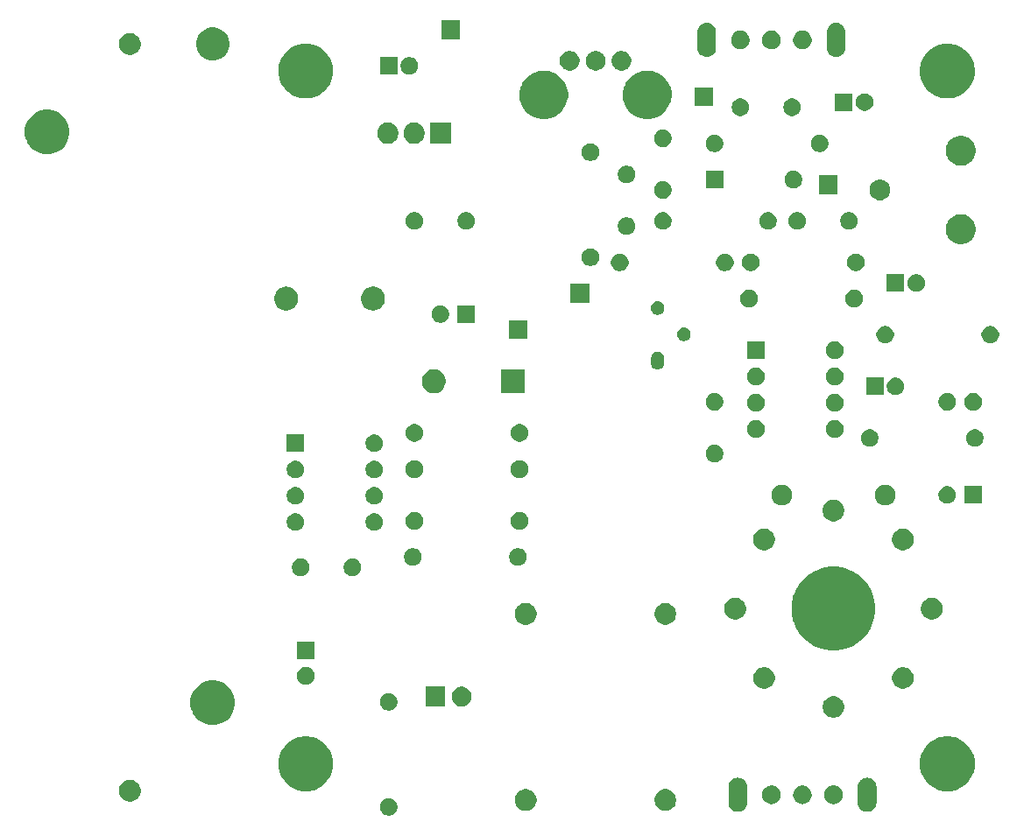
<source format=gbr>
G04 #@! TF.GenerationSoftware,KiCad,Pcbnew,5.1.5-52549c5~84~ubuntu18.04.1*
G04 #@! TF.CreationDate,2020-03-26T22:13:58-06:00*
G04 #@! TF.ProjectId,all-through-hole,616c6c2d-7468-4726-9f75-67682d686f6c,rev?*
G04 #@! TF.SameCoordinates,Original*
G04 #@! TF.FileFunction,Soldermask,Bot*
G04 #@! TF.FilePolarity,Negative*
%FSLAX46Y46*%
G04 Gerber Fmt 4.6, Leading zero omitted, Abs format (unit mm)*
G04 Created by KiCad (PCBNEW 5.1.5-52549c5~84~ubuntu18.04.1) date 2020-03-26 22:13:58*
%MOMM*%
%LPD*%
G04 APERTURE LIST*
%ADD10C,0.100000*%
G04 APERTURE END LIST*
D10*
G36*
X119248228Y-113841703D02*
G01*
X119403100Y-113905853D01*
X119542481Y-113998985D01*
X119661015Y-114117519D01*
X119754147Y-114256900D01*
X119818297Y-114411772D01*
X119851000Y-114576184D01*
X119851000Y-114743816D01*
X119818297Y-114908228D01*
X119754147Y-115063100D01*
X119661015Y-115202481D01*
X119542481Y-115321015D01*
X119403100Y-115414147D01*
X119248228Y-115478297D01*
X119083816Y-115511000D01*
X118916184Y-115511000D01*
X118751772Y-115478297D01*
X118596900Y-115414147D01*
X118457519Y-115321015D01*
X118338985Y-115202481D01*
X118245853Y-115063100D01*
X118181703Y-114908228D01*
X118149000Y-114743816D01*
X118149000Y-114576184D01*
X118181703Y-114411772D01*
X118245853Y-114256900D01*
X118338985Y-114117519D01*
X118457519Y-113998985D01*
X118596900Y-113905853D01*
X118751772Y-113841703D01*
X118916184Y-113809000D01*
X119083816Y-113809000D01*
X119248228Y-113841703D01*
G37*
G36*
X152926626Y-111862037D02*
G01*
X153096465Y-111913557D01*
X153096467Y-111913558D01*
X153252989Y-111997221D01*
X153390186Y-112109814D01*
X153455921Y-112189914D01*
X153502778Y-112247009D01*
X153586443Y-112403534D01*
X153637963Y-112573373D01*
X153651000Y-112705742D01*
X153651000Y-114294258D01*
X153637963Y-114426627D01*
X153586443Y-114596466D01*
X153502778Y-114752991D01*
X153473448Y-114788729D01*
X153390186Y-114890186D01*
X153288729Y-114973448D01*
X153252991Y-115002778D01*
X153096466Y-115086443D01*
X152926627Y-115137963D01*
X152750000Y-115155359D01*
X152573374Y-115137963D01*
X152403535Y-115086443D01*
X152247010Y-115002778D01*
X152211272Y-114973448D01*
X152109815Y-114890186D01*
X152026553Y-114788729D01*
X151997223Y-114752991D01*
X151913558Y-114596466D01*
X151862038Y-114426627D01*
X151849001Y-114294258D01*
X151849000Y-112705743D01*
X151849414Y-112701544D01*
X151858216Y-112612167D01*
X151862037Y-112573374D01*
X151913557Y-112403535D01*
X151997222Y-112247010D01*
X152044079Y-112189914D01*
X152109814Y-112109814D01*
X152211271Y-112026552D01*
X152247009Y-111997222D01*
X152403534Y-111913557D01*
X152573373Y-111862037D01*
X152750000Y-111844641D01*
X152926626Y-111862037D01*
G37*
G36*
X165426626Y-111862037D02*
G01*
X165596465Y-111913557D01*
X165596467Y-111913558D01*
X165752989Y-111997221D01*
X165890186Y-112109814D01*
X165955921Y-112189914D01*
X166002778Y-112247009D01*
X166086443Y-112403534D01*
X166137963Y-112573373D01*
X166151000Y-112705742D01*
X166151000Y-114294258D01*
X166137963Y-114426627D01*
X166086443Y-114596466D01*
X166002778Y-114752991D01*
X165973448Y-114788729D01*
X165890186Y-114890186D01*
X165788729Y-114973448D01*
X165752991Y-115002778D01*
X165596466Y-115086443D01*
X165426627Y-115137963D01*
X165250000Y-115155359D01*
X165073374Y-115137963D01*
X164903535Y-115086443D01*
X164747010Y-115002778D01*
X164711272Y-114973448D01*
X164609815Y-114890186D01*
X164526553Y-114788729D01*
X164497223Y-114752991D01*
X164413558Y-114596466D01*
X164362038Y-114426627D01*
X164349001Y-114294258D01*
X164349000Y-112705743D01*
X164349414Y-112701544D01*
X164358216Y-112612167D01*
X164362037Y-112573374D01*
X164413557Y-112403535D01*
X164497222Y-112247010D01*
X164544079Y-112189914D01*
X164609814Y-112109814D01*
X164711271Y-112026552D01*
X164747009Y-111997222D01*
X164903534Y-111913557D01*
X165073373Y-111862037D01*
X165250000Y-111844641D01*
X165426626Y-111862037D01*
G37*
G36*
X132556564Y-112989389D02*
G01*
X132700777Y-113049124D01*
X132747835Y-113068616D01*
X132919973Y-113183635D01*
X133066365Y-113330027D01*
X133120643Y-113411259D01*
X133181385Y-113502167D01*
X133260611Y-113693436D01*
X133301000Y-113896484D01*
X133301000Y-114103516D01*
X133260611Y-114306564D01*
X133210880Y-114426625D01*
X133181384Y-114497835D01*
X133066365Y-114669973D01*
X132919973Y-114816365D01*
X132747835Y-114931384D01*
X132747834Y-114931385D01*
X132747833Y-114931385D01*
X132556564Y-115010611D01*
X132353516Y-115051000D01*
X132146484Y-115051000D01*
X131943436Y-115010611D01*
X131752167Y-114931385D01*
X131752166Y-114931385D01*
X131752165Y-114931384D01*
X131580027Y-114816365D01*
X131433635Y-114669973D01*
X131318616Y-114497835D01*
X131289120Y-114426625D01*
X131239389Y-114306564D01*
X131199000Y-114103516D01*
X131199000Y-113896484D01*
X131239389Y-113693436D01*
X131318615Y-113502167D01*
X131379358Y-113411259D01*
X131433635Y-113330027D01*
X131580027Y-113183635D01*
X131752165Y-113068616D01*
X131799223Y-113049124D01*
X131943436Y-112989389D01*
X132146484Y-112949000D01*
X132353516Y-112949000D01*
X132556564Y-112989389D01*
G37*
G36*
X146056564Y-112989389D02*
G01*
X146200777Y-113049124D01*
X146247835Y-113068616D01*
X146419973Y-113183635D01*
X146566365Y-113330027D01*
X146620643Y-113411259D01*
X146681385Y-113502167D01*
X146760611Y-113693436D01*
X146801000Y-113896484D01*
X146801000Y-114103516D01*
X146760611Y-114306564D01*
X146710880Y-114426625D01*
X146681384Y-114497835D01*
X146566365Y-114669973D01*
X146419973Y-114816365D01*
X146247835Y-114931384D01*
X146247834Y-114931385D01*
X146247833Y-114931385D01*
X146056564Y-115010611D01*
X145853516Y-115051000D01*
X145646484Y-115051000D01*
X145443436Y-115010611D01*
X145252167Y-114931385D01*
X145252166Y-114931385D01*
X145252165Y-114931384D01*
X145080027Y-114816365D01*
X144933635Y-114669973D01*
X144818616Y-114497835D01*
X144789120Y-114426625D01*
X144739389Y-114306564D01*
X144699000Y-114103516D01*
X144699000Y-113896484D01*
X144739389Y-113693436D01*
X144818615Y-113502167D01*
X144879358Y-113411259D01*
X144933635Y-113330027D01*
X145080027Y-113183635D01*
X145252165Y-113068616D01*
X145299223Y-113049124D01*
X145443436Y-112989389D01*
X145646484Y-112949000D01*
X145853516Y-112949000D01*
X146056564Y-112989389D01*
G37*
G36*
X162113512Y-112603927D02*
G01*
X162262812Y-112633624D01*
X162426784Y-112701544D01*
X162574354Y-112800147D01*
X162699853Y-112925646D01*
X162798456Y-113073216D01*
X162866376Y-113237188D01*
X162884842Y-113330027D01*
X162901000Y-113411258D01*
X162901000Y-113588742D01*
X162897202Y-113607835D01*
X162866376Y-113762812D01*
X162798456Y-113926784D01*
X162699853Y-114074354D01*
X162574354Y-114199853D01*
X162426784Y-114298456D01*
X162262812Y-114366376D01*
X162113512Y-114396073D01*
X162088742Y-114401000D01*
X161911258Y-114401000D01*
X161886488Y-114396073D01*
X161737188Y-114366376D01*
X161573216Y-114298456D01*
X161425646Y-114199853D01*
X161300147Y-114074354D01*
X161201544Y-113926784D01*
X161133624Y-113762812D01*
X161102798Y-113607835D01*
X161099000Y-113588742D01*
X161099000Y-113411258D01*
X161115158Y-113330027D01*
X161133624Y-113237188D01*
X161201544Y-113073216D01*
X161300147Y-112925646D01*
X161425646Y-112800147D01*
X161573216Y-112701544D01*
X161737188Y-112633624D01*
X161886488Y-112603927D01*
X161911258Y-112599000D01*
X162088742Y-112599000D01*
X162113512Y-112603927D01*
G37*
G36*
X159113512Y-112603927D02*
G01*
X159262812Y-112633624D01*
X159426784Y-112701544D01*
X159574354Y-112800147D01*
X159699853Y-112925646D01*
X159798456Y-113073216D01*
X159866376Y-113237188D01*
X159884842Y-113330027D01*
X159901000Y-113411258D01*
X159901000Y-113588742D01*
X159897202Y-113607835D01*
X159866376Y-113762812D01*
X159798456Y-113926784D01*
X159699853Y-114074354D01*
X159574354Y-114199853D01*
X159426784Y-114298456D01*
X159262812Y-114366376D01*
X159113512Y-114396073D01*
X159088742Y-114401000D01*
X158911258Y-114401000D01*
X158886488Y-114396073D01*
X158737188Y-114366376D01*
X158573216Y-114298456D01*
X158425646Y-114199853D01*
X158300147Y-114074354D01*
X158201544Y-113926784D01*
X158133624Y-113762812D01*
X158102798Y-113607835D01*
X158099000Y-113588742D01*
X158099000Y-113411258D01*
X158115158Y-113330027D01*
X158133624Y-113237188D01*
X158201544Y-113073216D01*
X158300147Y-112925646D01*
X158425646Y-112800147D01*
X158573216Y-112701544D01*
X158737188Y-112633624D01*
X158886488Y-112603927D01*
X158911258Y-112599000D01*
X159088742Y-112599000D01*
X159113512Y-112603927D01*
G37*
G36*
X156113512Y-112603927D02*
G01*
X156262812Y-112633624D01*
X156426784Y-112701544D01*
X156574354Y-112800147D01*
X156699853Y-112925646D01*
X156798456Y-113073216D01*
X156866376Y-113237188D01*
X156884842Y-113330027D01*
X156901000Y-113411258D01*
X156901000Y-113588742D01*
X156897202Y-113607835D01*
X156866376Y-113762812D01*
X156798456Y-113926784D01*
X156699853Y-114074354D01*
X156574354Y-114199853D01*
X156426784Y-114298456D01*
X156262812Y-114366376D01*
X156113512Y-114396073D01*
X156088742Y-114401000D01*
X155911258Y-114401000D01*
X155886488Y-114396073D01*
X155737188Y-114366376D01*
X155573216Y-114298456D01*
X155425646Y-114199853D01*
X155300147Y-114074354D01*
X155201544Y-113926784D01*
X155133624Y-113762812D01*
X155102798Y-113607835D01*
X155099000Y-113588742D01*
X155099000Y-113411258D01*
X155115158Y-113330027D01*
X155133624Y-113237188D01*
X155201544Y-113073216D01*
X155300147Y-112925646D01*
X155425646Y-112800147D01*
X155573216Y-112701544D01*
X155737188Y-112633624D01*
X155886488Y-112603927D01*
X155911258Y-112599000D01*
X156088742Y-112599000D01*
X156113512Y-112603927D01*
G37*
G36*
X94306564Y-112099389D02*
G01*
X94497833Y-112178615D01*
X94497835Y-112178616D01*
X94669973Y-112293635D01*
X94816365Y-112440027D01*
X94905465Y-112573374D01*
X94931385Y-112612167D01*
X95010611Y-112803436D01*
X95051000Y-113006484D01*
X95051000Y-113213516D01*
X95010611Y-113416564D01*
X94975154Y-113502165D01*
X94931384Y-113607835D01*
X94816365Y-113779973D01*
X94669973Y-113926365D01*
X94497835Y-114041384D01*
X94497834Y-114041385D01*
X94497833Y-114041385D01*
X94306564Y-114120611D01*
X94103516Y-114161000D01*
X93896484Y-114161000D01*
X93693436Y-114120611D01*
X93502167Y-114041385D01*
X93502166Y-114041385D01*
X93502165Y-114041384D01*
X93330027Y-113926365D01*
X93183635Y-113779973D01*
X93068616Y-113607835D01*
X93024846Y-113502165D01*
X92989389Y-113416564D01*
X92949000Y-113213516D01*
X92949000Y-113006484D01*
X92989389Y-112803436D01*
X93068615Y-112612167D01*
X93094536Y-112573374D01*
X93183635Y-112440027D01*
X93330027Y-112293635D01*
X93502165Y-112178616D01*
X93502167Y-112178615D01*
X93693436Y-112099389D01*
X93896484Y-112059000D01*
X94103516Y-112059000D01*
X94306564Y-112099389D01*
G37*
G36*
X173517184Y-107899938D02*
G01*
X173773268Y-107950876D01*
X173973105Y-108033651D01*
X174255718Y-108150713D01*
X174255719Y-108150714D01*
X174689914Y-108440834D01*
X175059166Y-108810086D01*
X175059167Y-108810088D01*
X175349287Y-109244282D01*
X175549124Y-109726733D01*
X175651000Y-110238898D01*
X175651000Y-110761102D01*
X175549124Y-111273267D01*
X175349287Y-111755718D01*
X175349286Y-111755719D01*
X175059166Y-112189914D01*
X174689914Y-112559166D01*
X174668647Y-112573376D01*
X174255718Y-112849287D01*
X173973105Y-112966349D01*
X173773268Y-113049124D01*
X173261102Y-113151000D01*
X172738898Y-113151000D01*
X172226732Y-113049124D01*
X172026895Y-112966349D01*
X171744282Y-112849287D01*
X171331353Y-112573376D01*
X171310086Y-112559166D01*
X170940834Y-112189914D01*
X170650714Y-111755719D01*
X170650713Y-111755718D01*
X170450876Y-111273267D01*
X170349000Y-110761102D01*
X170349000Y-110238898D01*
X170450876Y-109726733D01*
X170650713Y-109244282D01*
X170940833Y-108810088D01*
X170940834Y-108810086D01*
X171310086Y-108440834D01*
X171744281Y-108150714D01*
X171744282Y-108150713D01*
X172026895Y-108033651D01*
X172226732Y-107950876D01*
X172482816Y-107899938D01*
X172738898Y-107849000D01*
X173261102Y-107849000D01*
X173517184Y-107899938D01*
G37*
G36*
X111517184Y-107899938D02*
G01*
X111773268Y-107950876D01*
X111973105Y-108033651D01*
X112255718Y-108150713D01*
X112255719Y-108150714D01*
X112689914Y-108440834D01*
X113059166Y-108810086D01*
X113059167Y-108810088D01*
X113349287Y-109244282D01*
X113549124Y-109726733D01*
X113651000Y-110238898D01*
X113651000Y-110761102D01*
X113549124Y-111273267D01*
X113349287Y-111755718D01*
X113349286Y-111755719D01*
X113059166Y-112189914D01*
X112689914Y-112559166D01*
X112668647Y-112573376D01*
X112255718Y-112849287D01*
X111973105Y-112966349D01*
X111773268Y-113049124D01*
X111261102Y-113151000D01*
X110738898Y-113151000D01*
X110226732Y-113049124D01*
X110026895Y-112966349D01*
X109744282Y-112849287D01*
X109331353Y-112573376D01*
X109310086Y-112559166D01*
X108940834Y-112189914D01*
X108650714Y-111755719D01*
X108650713Y-111755718D01*
X108450876Y-111273267D01*
X108349000Y-110761102D01*
X108349000Y-110238898D01*
X108450876Y-109726733D01*
X108650713Y-109244282D01*
X108940833Y-108810088D01*
X108940834Y-108810086D01*
X109310086Y-108440834D01*
X109744281Y-108150714D01*
X109744282Y-108150713D01*
X110026895Y-108033651D01*
X110226732Y-107950876D01*
X110482816Y-107899938D01*
X110738898Y-107849000D01*
X111261102Y-107849000D01*
X111517184Y-107899938D01*
G37*
G36*
X102627423Y-102531661D02*
G01*
X103018879Y-102693807D01*
X103018881Y-102693808D01*
X103371183Y-102929209D01*
X103670791Y-103228817D01*
X103906192Y-103581119D01*
X103906193Y-103581121D01*
X104068339Y-103972577D01*
X104151000Y-104388144D01*
X104151000Y-104811856D01*
X104068339Y-105227423D01*
X103956331Y-105497835D01*
X103906192Y-105618881D01*
X103670791Y-105971183D01*
X103371183Y-106270791D01*
X103018881Y-106506192D01*
X103018880Y-106506193D01*
X103018879Y-106506193D01*
X102627423Y-106668339D01*
X102211856Y-106751000D01*
X101788144Y-106751000D01*
X101372577Y-106668339D01*
X100981121Y-106506193D01*
X100981120Y-106506193D01*
X100981119Y-106506192D01*
X100628817Y-106270791D01*
X100329209Y-105971183D01*
X100093808Y-105618881D01*
X100043669Y-105497835D01*
X99931661Y-105227423D01*
X99849000Y-104811856D01*
X99849000Y-104388144D01*
X99931661Y-103972577D01*
X100093807Y-103581121D01*
X100093808Y-103581119D01*
X100329209Y-103228817D01*
X100628817Y-102929209D01*
X100981119Y-102693808D01*
X100981121Y-102693807D01*
X101372577Y-102531661D01*
X101788144Y-102449000D01*
X102211856Y-102449000D01*
X102627423Y-102531661D01*
G37*
G36*
X162306564Y-103989389D02*
G01*
X162497833Y-104068615D01*
X162497835Y-104068616D01*
X162669973Y-104183635D01*
X162816365Y-104330027D01*
X162855198Y-104388144D01*
X162931385Y-104502167D01*
X163010611Y-104693436D01*
X163051000Y-104896484D01*
X163051000Y-105103516D01*
X163010611Y-105306564D01*
X162992205Y-105351000D01*
X162931384Y-105497835D01*
X162816365Y-105669973D01*
X162669973Y-105816365D01*
X162497835Y-105931384D01*
X162497834Y-105931385D01*
X162497833Y-105931385D01*
X162306564Y-106010611D01*
X162103516Y-106051000D01*
X161896484Y-106051000D01*
X161693436Y-106010611D01*
X161502167Y-105931385D01*
X161502166Y-105931385D01*
X161502165Y-105931384D01*
X161330027Y-105816365D01*
X161183635Y-105669973D01*
X161068616Y-105497835D01*
X161007795Y-105351000D01*
X160989389Y-105306564D01*
X160949000Y-105103516D01*
X160949000Y-104896484D01*
X160989389Y-104693436D01*
X161068615Y-104502167D01*
X161144803Y-104388144D01*
X161183635Y-104330027D01*
X161330027Y-104183635D01*
X161502165Y-104068616D01*
X161502167Y-104068615D01*
X161693436Y-103989389D01*
X161896484Y-103949000D01*
X162103516Y-103949000D01*
X162306564Y-103989389D01*
G37*
G36*
X119248228Y-103681703D02*
G01*
X119403100Y-103745853D01*
X119542481Y-103838985D01*
X119661015Y-103957519D01*
X119754147Y-104096900D01*
X119818297Y-104251772D01*
X119851000Y-104416184D01*
X119851000Y-104583816D01*
X119818297Y-104748228D01*
X119754147Y-104903100D01*
X119661015Y-105042481D01*
X119542481Y-105161015D01*
X119403100Y-105254147D01*
X119248228Y-105318297D01*
X119083816Y-105351000D01*
X118916184Y-105351000D01*
X118751772Y-105318297D01*
X118596900Y-105254147D01*
X118457519Y-105161015D01*
X118338985Y-105042481D01*
X118245853Y-104903100D01*
X118181703Y-104748228D01*
X118149000Y-104583816D01*
X118149000Y-104416184D01*
X118181703Y-104251772D01*
X118245853Y-104096900D01*
X118338985Y-103957519D01*
X118457519Y-103838985D01*
X118596900Y-103745853D01*
X118751772Y-103681703D01*
X118916184Y-103649000D01*
X119083816Y-103649000D01*
X119248228Y-103681703D01*
G37*
G36*
X124451000Y-104951000D02*
G01*
X122549000Y-104951000D01*
X122549000Y-103049000D01*
X124451000Y-103049000D01*
X124451000Y-104951000D01*
G37*
G36*
X126317395Y-103085546D02*
G01*
X126490466Y-103157234D01*
X126490467Y-103157235D01*
X126646227Y-103261310D01*
X126778690Y-103393773D01*
X126778691Y-103393775D01*
X126882766Y-103549534D01*
X126954454Y-103722605D01*
X126991000Y-103906333D01*
X126991000Y-104093667D01*
X126954454Y-104277395D01*
X126882766Y-104450466D01*
X126882765Y-104450467D01*
X126778690Y-104606227D01*
X126646227Y-104738690D01*
X126567818Y-104791081D01*
X126490466Y-104842766D01*
X126317395Y-104914454D01*
X126133667Y-104951000D01*
X125946333Y-104951000D01*
X125762605Y-104914454D01*
X125589534Y-104842766D01*
X125512182Y-104791081D01*
X125433773Y-104738690D01*
X125301310Y-104606227D01*
X125197235Y-104450467D01*
X125197234Y-104450466D01*
X125125546Y-104277395D01*
X125089000Y-104093667D01*
X125089000Y-103906333D01*
X125125546Y-103722605D01*
X125197234Y-103549534D01*
X125301309Y-103393775D01*
X125301310Y-103393773D01*
X125433773Y-103261310D01*
X125589533Y-103157235D01*
X125589534Y-103157234D01*
X125762605Y-103085546D01*
X125946333Y-103049000D01*
X126133667Y-103049000D01*
X126317395Y-103085546D01*
G37*
G36*
X169006564Y-101189389D02*
G01*
X169197833Y-101268615D01*
X169197835Y-101268616D01*
X169369973Y-101383635D01*
X169516365Y-101530027D01*
X169631385Y-101702167D01*
X169710611Y-101893436D01*
X169751000Y-102096484D01*
X169751000Y-102303516D01*
X169710611Y-102506564D01*
X169633052Y-102693808D01*
X169631384Y-102697835D01*
X169516365Y-102869973D01*
X169369973Y-103016365D01*
X169197835Y-103131384D01*
X169197834Y-103131385D01*
X169197833Y-103131385D01*
X169006564Y-103210611D01*
X168803516Y-103251000D01*
X168596484Y-103251000D01*
X168393436Y-103210611D01*
X168202167Y-103131385D01*
X168202166Y-103131385D01*
X168202165Y-103131384D01*
X168030027Y-103016365D01*
X167883635Y-102869973D01*
X167768616Y-102697835D01*
X167766948Y-102693808D01*
X167689389Y-102506564D01*
X167649000Y-102303516D01*
X167649000Y-102096484D01*
X167689389Y-101893436D01*
X167768615Y-101702167D01*
X167883635Y-101530027D01*
X168030027Y-101383635D01*
X168202165Y-101268616D01*
X168202167Y-101268615D01*
X168393436Y-101189389D01*
X168596484Y-101149000D01*
X168803516Y-101149000D01*
X169006564Y-101189389D01*
G37*
G36*
X155606564Y-101189389D02*
G01*
X155797833Y-101268615D01*
X155797835Y-101268616D01*
X155969973Y-101383635D01*
X156116365Y-101530027D01*
X156231385Y-101702167D01*
X156310611Y-101893436D01*
X156351000Y-102096484D01*
X156351000Y-102303516D01*
X156310611Y-102506564D01*
X156233052Y-102693808D01*
X156231384Y-102697835D01*
X156116365Y-102869973D01*
X155969973Y-103016365D01*
X155797835Y-103131384D01*
X155797834Y-103131385D01*
X155797833Y-103131385D01*
X155606564Y-103210611D01*
X155403516Y-103251000D01*
X155196484Y-103251000D01*
X154993436Y-103210611D01*
X154802167Y-103131385D01*
X154802166Y-103131385D01*
X154802165Y-103131384D01*
X154630027Y-103016365D01*
X154483635Y-102869973D01*
X154368616Y-102697835D01*
X154366948Y-102693808D01*
X154289389Y-102506564D01*
X154249000Y-102303516D01*
X154249000Y-102096484D01*
X154289389Y-101893436D01*
X154368615Y-101702167D01*
X154483635Y-101530027D01*
X154630027Y-101383635D01*
X154802165Y-101268616D01*
X154802167Y-101268615D01*
X154993436Y-101189389D01*
X155196484Y-101149000D01*
X155403516Y-101149000D01*
X155606564Y-101189389D01*
G37*
G36*
X111248228Y-101181703D02*
G01*
X111403100Y-101245853D01*
X111542481Y-101338985D01*
X111661015Y-101457519D01*
X111754147Y-101596900D01*
X111818297Y-101751772D01*
X111851000Y-101916184D01*
X111851000Y-102083816D01*
X111818297Y-102248228D01*
X111754147Y-102403100D01*
X111661015Y-102542481D01*
X111542481Y-102661015D01*
X111403100Y-102754147D01*
X111248228Y-102818297D01*
X111083816Y-102851000D01*
X110916184Y-102851000D01*
X110751772Y-102818297D01*
X110596900Y-102754147D01*
X110457519Y-102661015D01*
X110338985Y-102542481D01*
X110245853Y-102403100D01*
X110181703Y-102248228D01*
X110149000Y-102083816D01*
X110149000Y-101916184D01*
X110181703Y-101751772D01*
X110245853Y-101596900D01*
X110338985Y-101457519D01*
X110457519Y-101338985D01*
X110596900Y-101245853D01*
X110751772Y-101181703D01*
X110916184Y-101149000D01*
X111083816Y-101149000D01*
X111248228Y-101181703D01*
G37*
G36*
X111851000Y-100351000D02*
G01*
X110149000Y-100351000D01*
X110149000Y-98649000D01*
X111851000Y-98649000D01*
X111851000Y-100351000D01*
G37*
G36*
X163181632Y-91604677D02*
G01*
X163487005Y-91731167D01*
X163918868Y-91910050D01*
X164582362Y-92353383D01*
X165146617Y-92917638D01*
X165589950Y-93581132D01*
X165768833Y-94012995D01*
X165895323Y-94318368D01*
X166051000Y-95101010D01*
X166051000Y-95898990D01*
X165895323Y-96681632D01*
X165791872Y-96931384D01*
X165589950Y-97418868D01*
X165146617Y-98082362D01*
X164582362Y-98646617D01*
X163918868Y-99089950D01*
X163487005Y-99268833D01*
X163181632Y-99395323D01*
X162398990Y-99551000D01*
X161601010Y-99551000D01*
X160818368Y-99395323D01*
X160512995Y-99268833D01*
X160081132Y-99089950D01*
X159417638Y-98646617D01*
X158853383Y-98082362D01*
X158410050Y-97418868D01*
X158208128Y-96931384D01*
X158104677Y-96681632D01*
X157949000Y-95898990D01*
X157949000Y-95101010D01*
X158104677Y-94318368D01*
X158231167Y-94012995D01*
X158410050Y-93581132D01*
X158853383Y-92917638D01*
X159417638Y-92353383D01*
X160081132Y-91910050D01*
X160512995Y-91731167D01*
X160818368Y-91604677D01*
X161601010Y-91449000D01*
X162398990Y-91449000D01*
X163181632Y-91604677D01*
G37*
G36*
X132556564Y-94989389D02*
G01*
X132747833Y-95068615D01*
X132747835Y-95068616D01*
X132919973Y-95183635D01*
X133066365Y-95330027D01*
X133110772Y-95396486D01*
X133181385Y-95502167D01*
X133260611Y-95693436D01*
X133301000Y-95896484D01*
X133301000Y-96103516D01*
X133260611Y-96306564D01*
X133181385Y-96497833D01*
X133181384Y-96497835D01*
X133066365Y-96669973D01*
X132919973Y-96816365D01*
X132747835Y-96931384D01*
X132747834Y-96931385D01*
X132747833Y-96931385D01*
X132556564Y-97010611D01*
X132353516Y-97051000D01*
X132146484Y-97051000D01*
X131943436Y-97010611D01*
X131752167Y-96931385D01*
X131752166Y-96931385D01*
X131752165Y-96931384D01*
X131580027Y-96816365D01*
X131433635Y-96669973D01*
X131318616Y-96497835D01*
X131318615Y-96497833D01*
X131239389Y-96306564D01*
X131199000Y-96103516D01*
X131199000Y-95896484D01*
X131239389Y-95693436D01*
X131318615Y-95502167D01*
X131389229Y-95396486D01*
X131433635Y-95330027D01*
X131580027Y-95183635D01*
X131752165Y-95068616D01*
X131752167Y-95068615D01*
X131943436Y-94989389D01*
X132146484Y-94949000D01*
X132353516Y-94949000D01*
X132556564Y-94989389D01*
G37*
G36*
X146056564Y-94989389D02*
G01*
X146247833Y-95068615D01*
X146247835Y-95068616D01*
X146419973Y-95183635D01*
X146566365Y-95330027D01*
X146610772Y-95396486D01*
X146681385Y-95502167D01*
X146760611Y-95693436D01*
X146801000Y-95896484D01*
X146801000Y-96103516D01*
X146760611Y-96306564D01*
X146681385Y-96497833D01*
X146681384Y-96497835D01*
X146566365Y-96669973D01*
X146419973Y-96816365D01*
X146247835Y-96931384D01*
X146247834Y-96931385D01*
X146247833Y-96931385D01*
X146056564Y-97010611D01*
X145853516Y-97051000D01*
X145646484Y-97051000D01*
X145443436Y-97010611D01*
X145252167Y-96931385D01*
X145252166Y-96931385D01*
X145252165Y-96931384D01*
X145080027Y-96816365D01*
X144933635Y-96669973D01*
X144818616Y-96497835D01*
X144818615Y-96497833D01*
X144739389Y-96306564D01*
X144699000Y-96103516D01*
X144699000Y-95896484D01*
X144739389Y-95693436D01*
X144818615Y-95502167D01*
X144889229Y-95396486D01*
X144933635Y-95330027D01*
X145080027Y-95183635D01*
X145252165Y-95068616D01*
X145252167Y-95068615D01*
X145443436Y-94989389D01*
X145646484Y-94949000D01*
X145853516Y-94949000D01*
X146056564Y-94989389D01*
G37*
G36*
X171806564Y-94489389D02*
G01*
X171997833Y-94568615D01*
X171997835Y-94568616D01*
X172169973Y-94683635D01*
X172316365Y-94830027D01*
X172431385Y-95002167D01*
X172510611Y-95193436D01*
X172551000Y-95396484D01*
X172551000Y-95603516D01*
X172510611Y-95806564D01*
X172473365Y-95896484D01*
X172431384Y-95997835D01*
X172316365Y-96169973D01*
X172169973Y-96316365D01*
X171997835Y-96431384D01*
X171997834Y-96431385D01*
X171997833Y-96431385D01*
X171806564Y-96510611D01*
X171603516Y-96551000D01*
X171396484Y-96551000D01*
X171193436Y-96510611D01*
X171002167Y-96431385D01*
X171002166Y-96431385D01*
X171002165Y-96431384D01*
X170830027Y-96316365D01*
X170683635Y-96169973D01*
X170568616Y-95997835D01*
X170526635Y-95896484D01*
X170489389Y-95806564D01*
X170449000Y-95603516D01*
X170449000Y-95396484D01*
X170489389Y-95193436D01*
X170568615Y-95002167D01*
X170683635Y-94830027D01*
X170830027Y-94683635D01*
X171002165Y-94568616D01*
X171002167Y-94568615D01*
X171193436Y-94489389D01*
X171396484Y-94449000D01*
X171603516Y-94449000D01*
X171806564Y-94489389D01*
G37*
G36*
X152806564Y-94489389D02*
G01*
X152997833Y-94568615D01*
X152997835Y-94568616D01*
X153169973Y-94683635D01*
X153316365Y-94830027D01*
X153431385Y-95002167D01*
X153510611Y-95193436D01*
X153551000Y-95396484D01*
X153551000Y-95603516D01*
X153510611Y-95806564D01*
X153473365Y-95896484D01*
X153431384Y-95997835D01*
X153316365Y-96169973D01*
X153169973Y-96316365D01*
X152997835Y-96431384D01*
X152997834Y-96431385D01*
X152997833Y-96431385D01*
X152806564Y-96510611D01*
X152603516Y-96551000D01*
X152396484Y-96551000D01*
X152193436Y-96510611D01*
X152002167Y-96431385D01*
X152002166Y-96431385D01*
X152002165Y-96431384D01*
X151830027Y-96316365D01*
X151683635Y-96169973D01*
X151568616Y-95997835D01*
X151526635Y-95896484D01*
X151489389Y-95806564D01*
X151449000Y-95603516D01*
X151449000Y-95396484D01*
X151489389Y-95193436D01*
X151568615Y-95002167D01*
X151683635Y-94830027D01*
X151830027Y-94683635D01*
X152002165Y-94568616D01*
X152002167Y-94568615D01*
X152193436Y-94489389D01*
X152396484Y-94449000D01*
X152603516Y-94449000D01*
X152806564Y-94489389D01*
G37*
G36*
X115748228Y-90681703D02*
G01*
X115903100Y-90745853D01*
X116042481Y-90838985D01*
X116161015Y-90957519D01*
X116254147Y-91096900D01*
X116318297Y-91251772D01*
X116351000Y-91416184D01*
X116351000Y-91583816D01*
X116318297Y-91748228D01*
X116254147Y-91903100D01*
X116161015Y-92042481D01*
X116042481Y-92161015D01*
X115903100Y-92254147D01*
X115748228Y-92318297D01*
X115583816Y-92351000D01*
X115416184Y-92351000D01*
X115251772Y-92318297D01*
X115096900Y-92254147D01*
X114957519Y-92161015D01*
X114838985Y-92042481D01*
X114745853Y-91903100D01*
X114681703Y-91748228D01*
X114649000Y-91583816D01*
X114649000Y-91416184D01*
X114681703Y-91251772D01*
X114745853Y-91096900D01*
X114838985Y-90957519D01*
X114957519Y-90838985D01*
X115096900Y-90745853D01*
X115251772Y-90681703D01*
X115416184Y-90649000D01*
X115583816Y-90649000D01*
X115748228Y-90681703D01*
G37*
G36*
X110748228Y-90681703D02*
G01*
X110903100Y-90745853D01*
X111042481Y-90838985D01*
X111161015Y-90957519D01*
X111254147Y-91096900D01*
X111318297Y-91251772D01*
X111351000Y-91416184D01*
X111351000Y-91583816D01*
X111318297Y-91748228D01*
X111254147Y-91903100D01*
X111161015Y-92042481D01*
X111042481Y-92161015D01*
X110903100Y-92254147D01*
X110748228Y-92318297D01*
X110583816Y-92351000D01*
X110416184Y-92351000D01*
X110251772Y-92318297D01*
X110096900Y-92254147D01*
X109957519Y-92161015D01*
X109838985Y-92042481D01*
X109745853Y-91903100D01*
X109681703Y-91748228D01*
X109649000Y-91583816D01*
X109649000Y-91416184D01*
X109681703Y-91251772D01*
X109745853Y-91096900D01*
X109838985Y-90957519D01*
X109957519Y-90838985D01*
X110096900Y-90745853D01*
X110251772Y-90681703D01*
X110416184Y-90649000D01*
X110583816Y-90649000D01*
X110748228Y-90681703D01*
G37*
G36*
X131748228Y-89681703D02*
G01*
X131903100Y-89745853D01*
X132042481Y-89838985D01*
X132161015Y-89957519D01*
X132254147Y-90096900D01*
X132318297Y-90251772D01*
X132351000Y-90416184D01*
X132351000Y-90583816D01*
X132318297Y-90748228D01*
X132254147Y-90903100D01*
X132161015Y-91042481D01*
X132042481Y-91161015D01*
X131903100Y-91254147D01*
X131748228Y-91318297D01*
X131583816Y-91351000D01*
X131416184Y-91351000D01*
X131251772Y-91318297D01*
X131096900Y-91254147D01*
X130957519Y-91161015D01*
X130838985Y-91042481D01*
X130745853Y-90903100D01*
X130681703Y-90748228D01*
X130649000Y-90583816D01*
X130649000Y-90416184D01*
X130681703Y-90251772D01*
X130745853Y-90096900D01*
X130838985Y-89957519D01*
X130957519Y-89838985D01*
X131096900Y-89745853D01*
X131251772Y-89681703D01*
X131416184Y-89649000D01*
X131583816Y-89649000D01*
X131748228Y-89681703D01*
G37*
G36*
X121588228Y-89681703D02*
G01*
X121743100Y-89745853D01*
X121882481Y-89838985D01*
X122001015Y-89957519D01*
X122094147Y-90096900D01*
X122158297Y-90251772D01*
X122191000Y-90416184D01*
X122191000Y-90583816D01*
X122158297Y-90748228D01*
X122094147Y-90903100D01*
X122001015Y-91042481D01*
X121882481Y-91161015D01*
X121743100Y-91254147D01*
X121588228Y-91318297D01*
X121423816Y-91351000D01*
X121256184Y-91351000D01*
X121091772Y-91318297D01*
X120936900Y-91254147D01*
X120797519Y-91161015D01*
X120678985Y-91042481D01*
X120585853Y-90903100D01*
X120521703Y-90748228D01*
X120489000Y-90583816D01*
X120489000Y-90416184D01*
X120521703Y-90251772D01*
X120585853Y-90096900D01*
X120678985Y-89957519D01*
X120797519Y-89838985D01*
X120936900Y-89745853D01*
X121091772Y-89681703D01*
X121256184Y-89649000D01*
X121423816Y-89649000D01*
X121588228Y-89681703D01*
G37*
G36*
X155606564Y-87789389D02*
G01*
X155797833Y-87868615D01*
X155797835Y-87868616D01*
X155806114Y-87874148D01*
X155969973Y-87983635D01*
X156116365Y-88130027D01*
X156231385Y-88302167D01*
X156310611Y-88493436D01*
X156351000Y-88696484D01*
X156351000Y-88903516D01*
X156310611Y-89106564D01*
X156231385Y-89297833D01*
X156231384Y-89297835D01*
X156116365Y-89469973D01*
X155969973Y-89616365D01*
X155797835Y-89731384D01*
X155797834Y-89731385D01*
X155797833Y-89731385D01*
X155606564Y-89810611D01*
X155403516Y-89851000D01*
X155196484Y-89851000D01*
X154993436Y-89810611D01*
X154802167Y-89731385D01*
X154802166Y-89731385D01*
X154802165Y-89731384D01*
X154630027Y-89616365D01*
X154483635Y-89469973D01*
X154368616Y-89297835D01*
X154368615Y-89297833D01*
X154289389Y-89106564D01*
X154249000Y-88903516D01*
X154249000Y-88696484D01*
X154289389Y-88493436D01*
X154368615Y-88302167D01*
X154483635Y-88130027D01*
X154630027Y-87983635D01*
X154793886Y-87874148D01*
X154802165Y-87868616D01*
X154802167Y-87868615D01*
X154993436Y-87789389D01*
X155196484Y-87749000D01*
X155403516Y-87749000D01*
X155606564Y-87789389D01*
G37*
G36*
X169006564Y-87789389D02*
G01*
X169197833Y-87868615D01*
X169197835Y-87868616D01*
X169206114Y-87874148D01*
X169369973Y-87983635D01*
X169516365Y-88130027D01*
X169631385Y-88302167D01*
X169710611Y-88493436D01*
X169751000Y-88696484D01*
X169751000Y-88903516D01*
X169710611Y-89106564D01*
X169631385Y-89297833D01*
X169631384Y-89297835D01*
X169516365Y-89469973D01*
X169369973Y-89616365D01*
X169197835Y-89731384D01*
X169197834Y-89731385D01*
X169197833Y-89731385D01*
X169006564Y-89810611D01*
X168803516Y-89851000D01*
X168596484Y-89851000D01*
X168393436Y-89810611D01*
X168202167Y-89731385D01*
X168202166Y-89731385D01*
X168202165Y-89731384D01*
X168030027Y-89616365D01*
X167883635Y-89469973D01*
X167768616Y-89297835D01*
X167768615Y-89297833D01*
X167689389Y-89106564D01*
X167649000Y-88903516D01*
X167649000Y-88696484D01*
X167689389Y-88493436D01*
X167768615Y-88302167D01*
X167883635Y-88130027D01*
X168030027Y-87983635D01*
X168193886Y-87874148D01*
X168202165Y-87868616D01*
X168202167Y-87868615D01*
X168393436Y-87789389D01*
X168596484Y-87749000D01*
X168803516Y-87749000D01*
X169006564Y-87789389D01*
G37*
G36*
X117868228Y-86301703D02*
G01*
X118023100Y-86365853D01*
X118162481Y-86458985D01*
X118281015Y-86577519D01*
X118374147Y-86716900D01*
X118438297Y-86871772D01*
X118471000Y-87036184D01*
X118471000Y-87203816D01*
X118438297Y-87368228D01*
X118374147Y-87523100D01*
X118281015Y-87662481D01*
X118162481Y-87781015D01*
X118023100Y-87874147D01*
X117868228Y-87938297D01*
X117703816Y-87971000D01*
X117536184Y-87971000D01*
X117371772Y-87938297D01*
X117216900Y-87874147D01*
X117077519Y-87781015D01*
X116958985Y-87662481D01*
X116865853Y-87523100D01*
X116801703Y-87368228D01*
X116769000Y-87203816D01*
X116769000Y-87036184D01*
X116801703Y-86871772D01*
X116865853Y-86716900D01*
X116958985Y-86577519D01*
X117077519Y-86458985D01*
X117216900Y-86365853D01*
X117371772Y-86301703D01*
X117536184Y-86269000D01*
X117703816Y-86269000D01*
X117868228Y-86301703D01*
G37*
G36*
X110248228Y-86301703D02*
G01*
X110403100Y-86365853D01*
X110542481Y-86458985D01*
X110661015Y-86577519D01*
X110754147Y-86716900D01*
X110818297Y-86871772D01*
X110851000Y-87036184D01*
X110851000Y-87203816D01*
X110818297Y-87368228D01*
X110754147Y-87523100D01*
X110661015Y-87662481D01*
X110542481Y-87781015D01*
X110403100Y-87874147D01*
X110248228Y-87938297D01*
X110083816Y-87971000D01*
X109916184Y-87971000D01*
X109751772Y-87938297D01*
X109596900Y-87874147D01*
X109457519Y-87781015D01*
X109338985Y-87662481D01*
X109245853Y-87523100D01*
X109181703Y-87368228D01*
X109149000Y-87203816D01*
X109149000Y-87036184D01*
X109181703Y-86871772D01*
X109245853Y-86716900D01*
X109338985Y-86577519D01*
X109457519Y-86458985D01*
X109596900Y-86365853D01*
X109751772Y-86301703D01*
X109916184Y-86269000D01*
X110083816Y-86269000D01*
X110248228Y-86301703D01*
G37*
G36*
X121748228Y-86181703D02*
G01*
X121903100Y-86245853D01*
X122042481Y-86338985D01*
X122161015Y-86457519D01*
X122254147Y-86596900D01*
X122318297Y-86751772D01*
X122351000Y-86916184D01*
X122351000Y-87083816D01*
X122318297Y-87248228D01*
X122254147Y-87403100D01*
X122161015Y-87542481D01*
X122042481Y-87661015D01*
X121903100Y-87754147D01*
X121748228Y-87818297D01*
X121583816Y-87851000D01*
X121416184Y-87851000D01*
X121251772Y-87818297D01*
X121096900Y-87754147D01*
X120957519Y-87661015D01*
X120838985Y-87542481D01*
X120745853Y-87403100D01*
X120681703Y-87248228D01*
X120649000Y-87083816D01*
X120649000Y-86916184D01*
X120681703Y-86751772D01*
X120745853Y-86596900D01*
X120838985Y-86457519D01*
X120957519Y-86338985D01*
X121096900Y-86245853D01*
X121251772Y-86181703D01*
X121416184Y-86149000D01*
X121583816Y-86149000D01*
X121748228Y-86181703D01*
G37*
G36*
X131908228Y-86181703D02*
G01*
X132063100Y-86245853D01*
X132202481Y-86338985D01*
X132321015Y-86457519D01*
X132414147Y-86596900D01*
X132478297Y-86751772D01*
X132511000Y-86916184D01*
X132511000Y-87083816D01*
X132478297Y-87248228D01*
X132414147Y-87403100D01*
X132321015Y-87542481D01*
X132202481Y-87661015D01*
X132063100Y-87754147D01*
X131908228Y-87818297D01*
X131743816Y-87851000D01*
X131576184Y-87851000D01*
X131411772Y-87818297D01*
X131256900Y-87754147D01*
X131117519Y-87661015D01*
X130998985Y-87542481D01*
X130905853Y-87403100D01*
X130841703Y-87248228D01*
X130809000Y-87083816D01*
X130809000Y-86916184D01*
X130841703Y-86751772D01*
X130905853Y-86596900D01*
X130998985Y-86457519D01*
X131117519Y-86338985D01*
X131256900Y-86245853D01*
X131411772Y-86181703D01*
X131576184Y-86149000D01*
X131743816Y-86149000D01*
X131908228Y-86181703D01*
G37*
G36*
X162306564Y-84989389D02*
G01*
X162497833Y-85068615D01*
X162497835Y-85068616D01*
X162669973Y-85183635D01*
X162816365Y-85330027D01*
X162930606Y-85501000D01*
X162931385Y-85502167D01*
X163010611Y-85693436D01*
X163051000Y-85896484D01*
X163051000Y-86103516D01*
X163010611Y-86306564D01*
X162948083Y-86457520D01*
X162931384Y-86497835D01*
X162816365Y-86669973D01*
X162669973Y-86816365D01*
X162497835Y-86931384D01*
X162497834Y-86931385D01*
X162497833Y-86931385D01*
X162306564Y-87010611D01*
X162103516Y-87051000D01*
X161896484Y-87051000D01*
X161693436Y-87010611D01*
X161502167Y-86931385D01*
X161502166Y-86931385D01*
X161502165Y-86931384D01*
X161330027Y-86816365D01*
X161183635Y-86669973D01*
X161068616Y-86497835D01*
X161051917Y-86457520D01*
X160989389Y-86306564D01*
X160949000Y-86103516D01*
X160949000Y-85896484D01*
X160989389Y-85693436D01*
X161068615Y-85502167D01*
X161069395Y-85501000D01*
X161183635Y-85330027D01*
X161330027Y-85183635D01*
X161502165Y-85068616D01*
X161502167Y-85068615D01*
X161693436Y-84989389D01*
X161896484Y-84949000D01*
X162103516Y-84949000D01*
X162306564Y-84989389D01*
G37*
G36*
X157195285Y-83518234D02*
G01*
X157291981Y-83537468D01*
X157474151Y-83612926D01*
X157638100Y-83722473D01*
X157777527Y-83861900D01*
X157887074Y-84025849D01*
X157962532Y-84208019D01*
X158001000Y-84401410D01*
X158001000Y-84598590D01*
X157962532Y-84791981D01*
X157887074Y-84974151D01*
X157777527Y-85138100D01*
X157638100Y-85277527D01*
X157474151Y-85387074D01*
X157474150Y-85387075D01*
X157474149Y-85387075D01*
X157447057Y-85398297D01*
X157291981Y-85462532D01*
X157195285Y-85481766D01*
X157098591Y-85501000D01*
X156901409Y-85501000D01*
X156804715Y-85481766D01*
X156708019Y-85462532D01*
X156552943Y-85398297D01*
X156525851Y-85387075D01*
X156525850Y-85387075D01*
X156525849Y-85387074D01*
X156361900Y-85277527D01*
X156222473Y-85138100D01*
X156112926Y-84974151D01*
X156037468Y-84791981D01*
X155999000Y-84598590D01*
X155999000Y-84401410D01*
X156037468Y-84208019D01*
X156112926Y-84025849D01*
X156222473Y-83861900D01*
X156361900Y-83722473D01*
X156525849Y-83612926D01*
X156708019Y-83537468D01*
X156901409Y-83499000D01*
X157098591Y-83499000D01*
X157195285Y-83518234D01*
G37*
G36*
X167195285Y-83518234D02*
G01*
X167291981Y-83537468D01*
X167474151Y-83612926D01*
X167638100Y-83722473D01*
X167777527Y-83861900D01*
X167887074Y-84025849D01*
X167962532Y-84208019D01*
X168001000Y-84401410D01*
X168001000Y-84598590D01*
X167962532Y-84791981D01*
X167887074Y-84974151D01*
X167777527Y-85138100D01*
X167638100Y-85277527D01*
X167474151Y-85387074D01*
X167474150Y-85387075D01*
X167474149Y-85387075D01*
X167447057Y-85398297D01*
X167291981Y-85462532D01*
X167195285Y-85481766D01*
X167098591Y-85501000D01*
X166901409Y-85501000D01*
X166804715Y-85481766D01*
X166708019Y-85462532D01*
X166552943Y-85398297D01*
X166525851Y-85387075D01*
X166525850Y-85387075D01*
X166525849Y-85387074D01*
X166361900Y-85277527D01*
X166222473Y-85138100D01*
X166112926Y-84974151D01*
X166037468Y-84791981D01*
X165999000Y-84598590D01*
X165999000Y-84401410D01*
X166037468Y-84208019D01*
X166112926Y-84025849D01*
X166222473Y-83861900D01*
X166361900Y-83722473D01*
X166525849Y-83612926D01*
X166708019Y-83537468D01*
X166901409Y-83499000D01*
X167098591Y-83499000D01*
X167195285Y-83518234D01*
G37*
G36*
X110248228Y-83761703D02*
G01*
X110403100Y-83825853D01*
X110542481Y-83918985D01*
X110661015Y-84037519D01*
X110754147Y-84176900D01*
X110818297Y-84331772D01*
X110851000Y-84496184D01*
X110851000Y-84663816D01*
X110818297Y-84828228D01*
X110754147Y-84983100D01*
X110661015Y-85122481D01*
X110542481Y-85241015D01*
X110403100Y-85334147D01*
X110248228Y-85398297D01*
X110083816Y-85431000D01*
X109916184Y-85431000D01*
X109751772Y-85398297D01*
X109596900Y-85334147D01*
X109457519Y-85241015D01*
X109338985Y-85122481D01*
X109245853Y-84983100D01*
X109181703Y-84828228D01*
X109149000Y-84663816D01*
X109149000Y-84496184D01*
X109181703Y-84331772D01*
X109245853Y-84176900D01*
X109338985Y-84037519D01*
X109457519Y-83918985D01*
X109596900Y-83825853D01*
X109751772Y-83761703D01*
X109916184Y-83729000D01*
X110083816Y-83729000D01*
X110248228Y-83761703D01*
G37*
G36*
X117868228Y-83761703D02*
G01*
X118023100Y-83825853D01*
X118162481Y-83918985D01*
X118281015Y-84037519D01*
X118374147Y-84176900D01*
X118438297Y-84331772D01*
X118471000Y-84496184D01*
X118471000Y-84663816D01*
X118438297Y-84828228D01*
X118374147Y-84983100D01*
X118281015Y-85122481D01*
X118162481Y-85241015D01*
X118023100Y-85334147D01*
X117868228Y-85398297D01*
X117703816Y-85431000D01*
X117536184Y-85431000D01*
X117371772Y-85398297D01*
X117216900Y-85334147D01*
X117077519Y-85241015D01*
X116958985Y-85122481D01*
X116865853Y-84983100D01*
X116801703Y-84828228D01*
X116769000Y-84663816D01*
X116769000Y-84496184D01*
X116801703Y-84331772D01*
X116865853Y-84176900D01*
X116958985Y-84037519D01*
X117077519Y-83918985D01*
X117216900Y-83825853D01*
X117371772Y-83761703D01*
X117536184Y-83729000D01*
X117703816Y-83729000D01*
X117868228Y-83761703D01*
G37*
G36*
X176351000Y-85351000D02*
G01*
X174649000Y-85351000D01*
X174649000Y-83649000D01*
X176351000Y-83649000D01*
X176351000Y-85351000D01*
G37*
G36*
X173248228Y-83681703D02*
G01*
X173403100Y-83745853D01*
X173542481Y-83838985D01*
X173661015Y-83957519D01*
X173754147Y-84096900D01*
X173818297Y-84251772D01*
X173851000Y-84416184D01*
X173851000Y-84583816D01*
X173818297Y-84748228D01*
X173754147Y-84903100D01*
X173661015Y-85042481D01*
X173542481Y-85161015D01*
X173403100Y-85254147D01*
X173248228Y-85318297D01*
X173083816Y-85351000D01*
X172916184Y-85351000D01*
X172751772Y-85318297D01*
X172596900Y-85254147D01*
X172457519Y-85161015D01*
X172338985Y-85042481D01*
X172245853Y-84903100D01*
X172181703Y-84748228D01*
X172149000Y-84583816D01*
X172149000Y-84416184D01*
X172181703Y-84251772D01*
X172245853Y-84096900D01*
X172338985Y-83957519D01*
X172457519Y-83838985D01*
X172596900Y-83745853D01*
X172751772Y-83681703D01*
X172916184Y-83649000D01*
X173083816Y-83649000D01*
X173248228Y-83681703D01*
G37*
G36*
X117868228Y-81221703D02*
G01*
X118023100Y-81285853D01*
X118162481Y-81378985D01*
X118281015Y-81497519D01*
X118374147Y-81636900D01*
X118438297Y-81791772D01*
X118471000Y-81956184D01*
X118471000Y-82123816D01*
X118438297Y-82288228D01*
X118374147Y-82443100D01*
X118281015Y-82582481D01*
X118162481Y-82701015D01*
X118023100Y-82794147D01*
X117868228Y-82858297D01*
X117703816Y-82891000D01*
X117536184Y-82891000D01*
X117371772Y-82858297D01*
X117216900Y-82794147D01*
X117077519Y-82701015D01*
X116958985Y-82582481D01*
X116865853Y-82443100D01*
X116801703Y-82288228D01*
X116769000Y-82123816D01*
X116769000Y-81956184D01*
X116801703Y-81791772D01*
X116865853Y-81636900D01*
X116958985Y-81497519D01*
X117077519Y-81378985D01*
X117216900Y-81285853D01*
X117371772Y-81221703D01*
X117536184Y-81189000D01*
X117703816Y-81189000D01*
X117868228Y-81221703D01*
G37*
G36*
X110248228Y-81221703D02*
G01*
X110403100Y-81285853D01*
X110542481Y-81378985D01*
X110661015Y-81497519D01*
X110754147Y-81636900D01*
X110818297Y-81791772D01*
X110851000Y-81956184D01*
X110851000Y-82123816D01*
X110818297Y-82288228D01*
X110754147Y-82443100D01*
X110661015Y-82582481D01*
X110542481Y-82701015D01*
X110403100Y-82794147D01*
X110248228Y-82858297D01*
X110083816Y-82891000D01*
X109916184Y-82891000D01*
X109751772Y-82858297D01*
X109596900Y-82794147D01*
X109457519Y-82701015D01*
X109338985Y-82582481D01*
X109245853Y-82443100D01*
X109181703Y-82288228D01*
X109149000Y-82123816D01*
X109149000Y-81956184D01*
X109181703Y-81791772D01*
X109245853Y-81636900D01*
X109338985Y-81497519D01*
X109457519Y-81378985D01*
X109596900Y-81285853D01*
X109751772Y-81221703D01*
X109916184Y-81189000D01*
X110083816Y-81189000D01*
X110248228Y-81221703D01*
G37*
G36*
X131908228Y-81181703D02*
G01*
X132063100Y-81245853D01*
X132202481Y-81338985D01*
X132321015Y-81457519D01*
X132414147Y-81596900D01*
X132478297Y-81751772D01*
X132511000Y-81916184D01*
X132511000Y-82083816D01*
X132478297Y-82248228D01*
X132414147Y-82403100D01*
X132321015Y-82542481D01*
X132202481Y-82661015D01*
X132063100Y-82754147D01*
X131908228Y-82818297D01*
X131743816Y-82851000D01*
X131576184Y-82851000D01*
X131411772Y-82818297D01*
X131256900Y-82754147D01*
X131117519Y-82661015D01*
X130998985Y-82542481D01*
X130905853Y-82403100D01*
X130841703Y-82248228D01*
X130809000Y-82083816D01*
X130809000Y-81916184D01*
X130841703Y-81751772D01*
X130905853Y-81596900D01*
X130998985Y-81457519D01*
X131117519Y-81338985D01*
X131256900Y-81245853D01*
X131411772Y-81181703D01*
X131576184Y-81149000D01*
X131743816Y-81149000D01*
X131908228Y-81181703D01*
G37*
G36*
X121748228Y-81181703D02*
G01*
X121903100Y-81245853D01*
X122042481Y-81338985D01*
X122161015Y-81457519D01*
X122254147Y-81596900D01*
X122318297Y-81751772D01*
X122351000Y-81916184D01*
X122351000Y-82083816D01*
X122318297Y-82248228D01*
X122254147Y-82403100D01*
X122161015Y-82542481D01*
X122042481Y-82661015D01*
X121903100Y-82754147D01*
X121748228Y-82818297D01*
X121583816Y-82851000D01*
X121416184Y-82851000D01*
X121251772Y-82818297D01*
X121096900Y-82754147D01*
X120957519Y-82661015D01*
X120838985Y-82542481D01*
X120745853Y-82403100D01*
X120681703Y-82248228D01*
X120649000Y-82083816D01*
X120649000Y-81916184D01*
X120681703Y-81751772D01*
X120745853Y-81596900D01*
X120838985Y-81457519D01*
X120957519Y-81338985D01*
X121096900Y-81245853D01*
X121251772Y-81181703D01*
X121416184Y-81149000D01*
X121583816Y-81149000D01*
X121748228Y-81181703D01*
G37*
G36*
X150748228Y-79681703D02*
G01*
X150903100Y-79745853D01*
X151042481Y-79838985D01*
X151161015Y-79957519D01*
X151254147Y-80096900D01*
X151318297Y-80251772D01*
X151351000Y-80416184D01*
X151351000Y-80583816D01*
X151318297Y-80748228D01*
X151254147Y-80903100D01*
X151161015Y-81042481D01*
X151042481Y-81161015D01*
X150903100Y-81254147D01*
X150748228Y-81318297D01*
X150583816Y-81351000D01*
X150416184Y-81351000D01*
X150251772Y-81318297D01*
X150096900Y-81254147D01*
X149957519Y-81161015D01*
X149838985Y-81042481D01*
X149745853Y-80903100D01*
X149681703Y-80748228D01*
X149649000Y-80583816D01*
X149649000Y-80416184D01*
X149681703Y-80251772D01*
X149745853Y-80096900D01*
X149838985Y-79957519D01*
X149957519Y-79838985D01*
X150096900Y-79745853D01*
X150251772Y-79681703D01*
X150416184Y-79649000D01*
X150583816Y-79649000D01*
X150748228Y-79681703D01*
G37*
G36*
X117868228Y-78681703D02*
G01*
X118023100Y-78745853D01*
X118162481Y-78838985D01*
X118281015Y-78957519D01*
X118374147Y-79096900D01*
X118438297Y-79251772D01*
X118471000Y-79416184D01*
X118471000Y-79583816D01*
X118438297Y-79748228D01*
X118374147Y-79903100D01*
X118281015Y-80042481D01*
X118162481Y-80161015D01*
X118023100Y-80254147D01*
X117868228Y-80318297D01*
X117703816Y-80351000D01*
X117536184Y-80351000D01*
X117371772Y-80318297D01*
X117216900Y-80254147D01*
X117077519Y-80161015D01*
X116958985Y-80042481D01*
X116865853Y-79903100D01*
X116801703Y-79748228D01*
X116769000Y-79583816D01*
X116769000Y-79416184D01*
X116801703Y-79251772D01*
X116865853Y-79096900D01*
X116958985Y-78957519D01*
X117077519Y-78838985D01*
X117216900Y-78745853D01*
X117371772Y-78681703D01*
X117536184Y-78649000D01*
X117703816Y-78649000D01*
X117868228Y-78681703D01*
G37*
G36*
X110851000Y-80351000D02*
G01*
X109149000Y-80351000D01*
X109149000Y-78649000D01*
X110851000Y-78649000D01*
X110851000Y-80351000D01*
G37*
G36*
X165748228Y-78181703D02*
G01*
X165903100Y-78245853D01*
X166042481Y-78338985D01*
X166161015Y-78457519D01*
X166254147Y-78596900D01*
X166318297Y-78751772D01*
X166351000Y-78916184D01*
X166351000Y-79083816D01*
X166318297Y-79248228D01*
X166254147Y-79403100D01*
X166161015Y-79542481D01*
X166042481Y-79661015D01*
X165903100Y-79754147D01*
X165748228Y-79818297D01*
X165583816Y-79851000D01*
X165416184Y-79851000D01*
X165251772Y-79818297D01*
X165096900Y-79754147D01*
X164957519Y-79661015D01*
X164838985Y-79542481D01*
X164745853Y-79403100D01*
X164681703Y-79248228D01*
X164649000Y-79083816D01*
X164649000Y-78916184D01*
X164681703Y-78751772D01*
X164745853Y-78596900D01*
X164838985Y-78457519D01*
X164957519Y-78338985D01*
X165096900Y-78245853D01*
X165251772Y-78181703D01*
X165416184Y-78149000D01*
X165583816Y-78149000D01*
X165748228Y-78181703D01*
G37*
G36*
X175908228Y-78181703D02*
G01*
X176063100Y-78245853D01*
X176202481Y-78338985D01*
X176321015Y-78457519D01*
X176414147Y-78596900D01*
X176478297Y-78751772D01*
X176511000Y-78916184D01*
X176511000Y-79083816D01*
X176478297Y-79248228D01*
X176414147Y-79403100D01*
X176321015Y-79542481D01*
X176202481Y-79661015D01*
X176063100Y-79754147D01*
X175908228Y-79818297D01*
X175743816Y-79851000D01*
X175576184Y-79851000D01*
X175411772Y-79818297D01*
X175256900Y-79754147D01*
X175117519Y-79661015D01*
X174998985Y-79542481D01*
X174905853Y-79403100D01*
X174841703Y-79248228D01*
X174809000Y-79083816D01*
X174809000Y-78916184D01*
X174841703Y-78751772D01*
X174905853Y-78596900D01*
X174998985Y-78457519D01*
X175117519Y-78338985D01*
X175256900Y-78245853D01*
X175411772Y-78181703D01*
X175576184Y-78149000D01*
X175743816Y-78149000D01*
X175908228Y-78181703D01*
G37*
G36*
X131908228Y-77681703D02*
G01*
X132063100Y-77745853D01*
X132202481Y-77838985D01*
X132321015Y-77957519D01*
X132414147Y-78096900D01*
X132478297Y-78251772D01*
X132511000Y-78416184D01*
X132511000Y-78583816D01*
X132478297Y-78748228D01*
X132414147Y-78903100D01*
X132321015Y-79042481D01*
X132202481Y-79161015D01*
X132063100Y-79254147D01*
X131908228Y-79318297D01*
X131743816Y-79351000D01*
X131576184Y-79351000D01*
X131411772Y-79318297D01*
X131256900Y-79254147D01*
X131117519Y-79161015D01*
X130998985Y-79042481D01*
X130905853Y-78903100D01*
X130841703Y-78748228D01*
X130809000Y-78583816D01*
X130809000Y-78416184D01*
X130841703Y-78251772D01*
X130905853Y-78096900D01*
X130998985Y-77957519D01*
X131117519Y-77838985D01*
X131256900Y-77745853D01*
X131411772Y-77681703D01*
X131576184Y-77649000D01*
X131743816Y-77649000D01*
X131908228Y-77681703D01*
G37*
G36*
X121748228Y-77681703D02*
G01*
X121903100Y-77745853D01*
X122042481Y-77838985D01*
X122161015Y-77957519D01*
X122254147Y-78096900D01*
X122318297Y-78251772D01*
X122351000Y-78416184D01*
X122351000Y-78583816D01*
X122318297Y-78748228D01*
X122254147Y-78903100D01*
X122161015Y-79042481D01*
X122042481Y-79161015D01*
X121903100Y-79254147D01*
X121748228Y-79318297D01*
X121583816Y-79351000D01*
X121416184Y-79351000D01*
X121251772Y-79318297D01*
X121096900Y-79254147D01*
X120957519Y-79161015D01*
X120838985Y-79042481D01*
X120745853Y-78903100D01*
X120681703Y-78748228D01*
X120649000Y-78583816D01*
X120649000Y-78416184D01*
X120681703Y-78251772D01*
X120745853Y-78096900D01*
X120838985Y-77957519D01*
X120957519Y-77838985D01*
X121096900Y-77745853D01*
X121251772Y-77681703D01*
X121416184Y-77649000D01*
X121583816Y-77649000D01*
X121748228Y-77681703D01*
G37*
G36*
X162368228Y-77301703D02*
G01*
X162523100Y-77365853D01*
X162662481Y-77458985D01*
X162781015Y-77577519D01*
X162874147Y-77716900D01*
X162938297Y-77871772D01*
X162971000Y-78036184D01*
X162971000Y-78203816D01*
X162938297Y-78368228D01*
X162874147Y-78523100D01*
X162781015Y-78662481D01*
X162662481Y-78781015D01*
X162523100Y-78874147D01*
X162368228Y-78938297D01*
X162203816Y-78971000D01*
X162036184Y-78971000D01*
X161871772Y-78938297D01*
X161716900Y-78874147D01*
X161577519Y-78781015D01*
X161458985Y-78662481D01*
X161365853Y-78523100D01*
X161301703Y-78368228D01*
X161269000Y-78203816D01*
X161269000Y-78036184D01*
X161301703Y-77871772D01*
X161365853Y-77716900D01*
X161458985Y-77577519D01*
X161577519Y-77458985D01*
X161716900Y-77365853D01*
X161871772Y-77301703D01*
X162036184Y-77269000D01*
X162203816Y-77269000D01*
X162368228Y-77301703D01*
G37*
G36*
X154748228Y-77301703D02*
G01*
X154903100Y-77365853D01*
X155042481Y-77458985D01*
X155161015Y-77577519D01*
X155254147Y-77716900D01*
X155318297Y-77871772D01*
X155351000Y-78036184D01*
X155351000Y-78203816D01*
X155318297Y-78368228D01*
X155254147Y-78523100D01*
X155161015Y-78662481D01*
X155042481Y-78781015D01*
X154903100Y-78874147D01*
X154748228Y-78938297D01*
X154583816Y-78971000D01*
X154416184Y-78971000D01*
X154251772Y-78938297D01*
X154096900Y-78874147D01*
X153957519Y-78781015D01*
X153838985Y-78662481D01*
X153745853Y-78523100D01*
X153681703Y-78368228D01*
X153649000Y-78203816D01*
X153649000Y-78036184D01*
X153681703Y-77871772D01*
X153745853Y-77716900D01*
X153838985Y-77577519D01*
X153957519Y-77458985D01*
X154096900Y-77365853D01*
X154251772Y-77301703D01*
X154416184Y-77269000D01*
X154583816Y-77269000D01*
X154748228Y-77301703D01*
G37*
G36*
X162368228Y-74761703D02*
G01*
X162523100Y-74825853D01*
X162662481Y-74918985D01*
X162781015Y-75037519D01*
X162874147Y-75176900D01*
X162938297Y-75331772D01*
X162971000Y-75496184D01*
X162971000Y-75663816D01*
X162938297Y-75828228D01*
X162874147Y-75983100D01*
X162781015Y-76122481D01*
X162662481Y-76241015D01*
X162523100Y-76334147D01*
X162368228Y-76398297D01*
X162203816Y-76431000D01*
X162036184Y-76431000D01*
X161871772Y-76398297D01*
X161716900Y-76334147D01*
X161577519Y-76241015D01*
X161458985Y-76122481D01*
X161365853Y-75983100D01*
X161301703Y-75828228D01*
X161269000Y-75663816D01*
X161269000Y-75496184D01*
X161301703Y-75331772D01*
X161365853Y-75176900D01*
X161458985Y-75037519D01*
X161577519Y-74918985D01*
X161716900Y-74825853D01*
X161871772Y-74761703D01*
X162036184Y-74729000D01*
X162203816Y-74729000D01*
X162368228Y-74761703D01*
G37*
G36*
X154748228Y-74761703D02*
G01*
X154903100Y-74825853D01*
X155042481Y-74918985D01*
X155161015Y-75037519D01*
X155254147Y-75176900D01*
X155318297Y-75331772D01*
X155351000Y-75496184D01*
X155351000Y-75663816D01*
X155318297Y-75828228D01*
X155254147Y-75983100D01*
X155161015Y-76122481D01*
X155042481Y-76241015D01*
X154903100Y-76334147D01*
X154748228Y-76398297D01*
X154583816Y-76431000D01*
X154416184Y-76431000D01*
X154251772Y-76398297D01*
X154096900Y-76334147D01*
X153957519Y-76241015D01*
X153838985Y-76122481D01*
X153745853Y-75983100D01*
X153681703Y-75828228D01*
X153649000Y-75663816D01*
X153649000Y-75496184D01*
X153681703Y-75331772D01*
X153745853Y-75176900D01*
X153838985Y-75037519D01*
X153957519Y-74918985D01*
X154096900Y-74825853D01*
X154251772Y-74761703D01*
X154416184Y-74729000D01*
X154583816Y-74729000D01*
X154748228Y-74761703D01*
G37*
G36*
X173248228Y-74681703D02*
G01*
X173403100Y-74745853D01*
X173542481Y-74838985D01*
X173661015Y-74957519D01*
X173754147Y-75096900D01*
X173818297Y-75251772D01*
X173851000Y-75416184D01*
X173851000Y-75583816D01*
X173818297Y-75748228D01*
X173754147Y-75903100D01*
X173661015Y-76042481D01*
X173542481Y-76161015D01*
X173403100Y-76254147D01*
X173248228Y-76318297D01*
X173083816Y-76351000D01*
X172916184Y-76351000D01*
X172751772Y-76318297D01*
X172596900Y-76254147D01*
X172457519Y-76161015D01*
X172338985Y-76042481D01*
X172245853Y-75903100D01*
X172181703Y-75748228D01*
X172149000Y-75583816D01*
X172149000Y-75416184D01*
X172181703Y-75251772D01*
X172245853Y-75096900D01*
X172338985Y-74957519D01*
X172457519Y-74838985D01*
X172596900Y-74745853D01*
X172751772Y-74681703D01*
X172916184Y-74649000D01*
X173083816Y-74649000D01*
X173248228Y-74681703D01*
G37*
G36*
X150748228Y-74681703D02*
G01*
X150903100Y-74745853D01*
X151042481Y-74838985D01*
X151161015Y-74957519D01*
X151254147Y-75096900D01*
X151318297Y-75251772D01*
X151351000Y-75416184D01*
X151351000Y-75583816D01*
X151318297Y-75748228D01*
X151254147Y-75903100D01*
X151161015Y-76042481D01*
X151042481Y-76161015D01*
X150903100Y-76254147D01*
X150748228Y-76318297D01*
X150583816Y-76351000D01*
X150416184Y-76351000D01*
X150251772Y-76318297D01*
X150096900Y-76254147D01*
X149957519Y-76161015D01*
X149838985Y-76042481D01*
X149745853Y-75903100D01*
X149681703Y-75748228D01*
X149649000Y-75583816D01*
X149649000Y-75416184D01*
X149681703Y-75251772D01*
X149745853Y-75096900D01*
X149838985Y-74957519D01*
X149957519Y-74838985D01*
X150096900Y-74745853D01*
X150251772Y-74681703D01*
X150416184Y-74649000D01*
X150583816Y-74649000D01*
X150748228Y-74681703D01*
G37*
G36*
X175748228Y-74681703D02*
G01*
X175903100Y-74745853D01*
X176042481Y-74838985D01*
X176161015Y-74957519D01*
X176254147Y-75096900D01*
X176318297Y-75251772D01*
X176351000Y-75416184D01*
X176351000Y-75583816D01*
X176318297Y-75748228D01*
X176254147Y-75903100D01*
X176161015Y-76042481D01*
X176042481Y-76161015D01*
X175903100Y-76254147D01*
X175748228Y-76318297D01*
X175583816Y-76351000D01*
X175416184Y-76351000D01*
X175251772Y-76318297D01*
X175096900Y-76254147D01*
X174957519Y-76161015D01*
X174838985Y-76042481D01*
X174745853Y-75903100D01*
X174681703Y-75748228D01*
X174649000Y-75583816D01*
X174649000Y-75416184D01*
X174681703Y-75251772D01*
X174745853Y-75096900D01*
X174838985Y-74957519D01*
X174957519Y-74838985D01*
X175096900Y-74745853D01*
X175251772Y-74681703D01*
X175416184Y-74649000D01*
X175583816Y-74649000D01*
X175748228Y-74681703D01*
G37*
G36*
X166851000Y-74851000D02*
G01*
X165149000Y-74851000D01*
X165149000Y-73149000D01*
X166851000Y-73149000D01*
X166851000Y-74851000D01*
G37*
G36*
X168248228Y-73181703D02*
G01*
X168403100Y-73245853D01*
X168542481Y-73338985D01*
X168661015Y-73457519D01*
X168754147Y-73596900D01*
X168818297Y-73751772D01*
X168851000Y-73916184D01*
X168851000Y-74083816D01*
X168818297Y-74248228D01*
X168754147Y-74403100D01*
X168661015Y-74542481D01*
X168542481Y-74661015D01*
X168403100Y-74754147D01*
X168248228Y-74818297D01*
X168083816Y-74851000D01*
X167916184Y-74851000D01*
X167751772Y-74818297D01*
X167596900Y-74754147D01*
X167457519Y-74661015D01*
X167338985Y-74542481D01*
X167245853Y-74403100D01*
X167181703Y-74248228D01*
X167149000Y-74083816D01*
X167149000Y-73916184D01*
X167181703Y-73751772D01*
X167245853Y-73596900D01*
X167338985Y-73457519D01*
X167457519Y-73338985D01*
X167596900Y-73245853D01*
X167751772Y-73181703D01*
X167916184Y-73149000D01*
X168083816Y-73149000D01*
X168248228Y-73181703D01*
G37*
G36*
X132151000Y-74651000D02*
G01*
X129849000Y-74651000D01*
X129849000Y-72349000D01*
X132151000Y-72349000D01*
X132151000Y-74651000D01*
G37*
G36*
X123604549Y-72371116D02*
G01*
X123715734Y-72393232D01*
X123925203Y-72479997D01*
X124113720Y-72605960D01*
X124274040Y-72766280D01*
X124400003Y-72954797D01*
X124480445Y-73149000D01*
X124486768Y-73164267D01*
X124511426Y-73288228D01*
X124531000Y-73386636D01*
X124531000Y-73613364D01*
X124486768Y-73835734D01*
X124400003Y-74045203D01*
X124274040Y-74233720D01*
X124113720Y-74394040D01*
X123925203Y-74520003D01*
X123715734Y-74606768D01*
X123604549Y-74628884D01*
X123493365Y-74651000D01*
X123266635Y-74651000D01*
X123155451Y-74628884D01*
X123044266Y-74606768D01*
X122834797Y-74520003D01*
X122646280Y-74394040D01*
X122485960Y-74233720D01*
X122359997Y-74045203D01*
X122273232Y-73835734D01*
X122229000Y-73613364D01*
X122229000Y-73386636D01*
X122248575Y-73288228D01*
X122273232Y-73164267D01*
X122279556Y-73149000D01*
X122359997Y-72954797D01*
X122485960Y-72766280D01*
X122646280Y-72605960D01*
X122834797Y-72479997D01*
X123044266Y-72393232D01*
X123155451Y-72371116D01*
X123266635Y-72349000D01*
X123493365Y-72349000D01*
X123604549Y-72371116D01*
G37*
G36*
X162368228Y-72221703D02*
G01*
X162523100Y-72285853D01*
X162662481Y-72378985D01*
X162781015Y-72497519D01*
X162874147Y-72636900D01*
X162938297Y-72791772D01*
X162971000Y-72956184D01*
X162971000Y-73123816D01*
X162938297Y-73288228D01*
X162874147Y-73443100D01*
X162781015Y-73582481D01*
X162662481Y-73701015D01*
X162523100Y-73794147D01*
X162368228Y-73858297D01*
X162203816Y-73891000D01*
X162036184Y-73891000D01*
X161871772Y-73858297D01*
X161716900Y-73794147D01*
X161577519Y-73701015D01*
X161458985Y-73582481D01*
X161365853Y-73443100D01*
X161301703Y-73288228D01*
X161269000Y-73123816D01*
X161269000Y-72956184D01*
X161301703Y-72791772D01*
X161365853Y-72636900D01*
X161458985Y-72497519D01*
X161577519Y-72378985D01*
X161716900Y-72285853D01*
X161871772Y-72221703D01*
X162036184Y-72189000D01*
X162203816Y-72189000D01*
X162368228Y-72221703D01*
G37*
G36*
X154748228Y-72221703D02*
G01*
X154903100Y-72285853D01*
X155042481Y-72378985D01*
X155161015Y-72497519D01*
X155254147Y-72636900D01*
X155318297Y-72791772D01*
X155351000Y-72956184D01*
X155351000Y-73123816D01*
X155318297Y-73288228D01*
X155254147Y-73443100D01*
X155161015Y-73582481D01*
X155042481Y-73701015D01*
X154903100Y-73794147D01*
X154748228Y-73858297D01*
X154583816Y-73891000D01*
X154416184Y-73891000D01*
X154251772Y-73858297D01*
X154096900Y-73794147D01*
X153957519Y-73701015D01*
X153838985Y-73582481D01*
X153745853Y-73443100D01*
X153681703Y-73288228D01*
X153649000Y-73123816D01*
X153649000Y-72956184D01*
X153681703Y-72791772D01*
X153745853Y-72636900D01*
X153838985Y-72497519D01*
X153957519Y-72378985D01*
X154096900Y-72285853D01*
X154251772Y-72221703D01*
X154416184Y-72189000D01*
X154583816Y-72189000D01*
X154748228Y-72221703D01*
G37*
G36*
X145127617Y-70658420D02*
G01*
X145218403Y-70685960D01*
X145250335Y-70695646D01*
X145363424Y-70756094D01*
X145462554Y-70837447D01*
X145543906Y-70936575D01*
X145604354Y-71049664D01*
X145614040Y-71081596D01*
X145641580Y-71172382D01*
X145651000Y-71268027D01*
X145651000Y-71731972D01*
X145641580Y-71827618D01*
X145614040Y-71918404D01*
X145604354Y-71950336D01*
X145543906Y-72063425D01*
X145462554Y-72162554D01*
X145363425Y-72243906D01*
X145250336Y-72304354D01*
X145218404Y-72314040D01*
X145127618Y-72341580D01*
X145000000Y-72354149D01*
X144872383Y-72341580D01*
X144781597Y-72314040D01*
X144749665Y-72304354D01*
X144636576Y-72243906D01*
X144537447Y-72162553D01*
X144456094Y-72063425D01*
X144395646Y-71950336D01*
X144385960Y-71918404D01*
X144358420Y-71827618D01*
X144349000Y-71731973D01*
X144349000Y-71268028D01*
X144358420Y-71172383D01*
X144395645Y-71049669D01*
X144395646Y-71049665D01*
X144456094Y-70936576D01*
X144537447Y-70837446D01*
X144636575Y-70756094D01*
X144749664Y-70695646D01*
X144781596Y-70685960D01*
X144872382Y-70658420D01*
X145000000Y-70645851D01*
X145127617Y-70658420D01*
G37*
G36*
X162368228Y-69681703D02*
G01*
X162523100Y-69745853D01*
X162662481Y-69838985D01*
X162781015Y-69957519D01*
X162874147Y-70096900D01*
X162938297Y-70251772D01*
X162971000Y-70416184D01*
X162971000Y-70583816D01*
X162938297Y-70748228D01*
X162874147Y-70903100D01*
X162781015Y-71042481D01*
X162662481Y-71161015D01*
X162523100Y-71254147D01*
X162368228Y-71318297D01*
X162203816Y-71351000D01*
X162036184Y-71351000D01*
X161871772Y-71318297D01*
X161716900Y-71254147D01*
X161577519Y-71161015D01*
X161458985Y-71042481D01*
X161365853Y-70903100D01*
X161301703Y-70748228D01*
X161269000Y-70583816D01*
X161269000Y-70416184D01*
X161301703Y-70251772D01*
X161365853Y-70096900D01*
X161458985Y-69957519D01*
X161577519Y-69838985D01*
X161716900Y-69745853D01*
X161871772Y-69681703D01*
X162036184Y-69649000D01*
X162203816Y-69649000D01*
X162368228Y-69681703D01*
G37*
G36*
X155351000Y-71351000D02*
G01*
X153649000Y-71351000D01*
X153649000Y-69649000D01*
X155351000Y-69649000D01*
X155351000Y-71351000D01*
G37*
G36*
X177408228Y-68181703D02*
G01*
X177563100Y-68245853D01*
X177702481Y-68338985D01*
X177821015Y-68457519D01*
X177914147Y-68596900D01*
X177978297Y-68751772D01*
X178011000Y-68916184D01*
X178011000Y-69083816D01*
X177978297Y-69248228D01*
X177914147Y-69403100D01*
X177821015Y-69542481D01*
X177702481Y-69661015D01*
X177563100Y-69754147D01*
X177408228Y-69818297D01*
X177243816Y-69851000D01*
X177076184Y-69851000D01*
X176911772Y-69818297D01*
X176756900Y-69754147D01*
X176617519Y-69661015D01*
X176498985Y-69542481D01*
X176405853Y-69403100D01*
X176341703Y-69248228D01*
X176309000Y-69083816D01*
X176309000Y-68916184D01*
X176341703Y-68751772D01*
X176405853Y-68596900D01*
X176498985Y-68457519D01*
X176617519Y-68338985D01*
X176756900Y-68245853D01*
X176911772Y-68181703D01*
X177076184Y-68149000D01*
X177243816Y-68149000D01*
X177408228Y-68181703D01*
G37*
G36*
X167248228Y-68181703D02*
G01*
X167403100Y-68245853D01*
X167542481Y-68338985D01*
X167661015Y-68457519D01*
X167754147Y-68596900D01*
X167818297Y-68751772D01*
X167851000Y-68916184D01*
X167851000Y-69083816D01*
X167818297Y-69248228D01*
X167754147Y-69403100D01*
X167661015Y-69542481D01*
X167542481Y-69661015D01*
X167403100Y-69754147D01*
X167248228Y-69818297D01*
X167083816Y-69851000D01*
X166916184Y-69851000D01*
X166751772Y-69818297D01*
X166596900Y-69754147D01*
X166457519Y-69661015D01*
X166338985Y-69542481D01*
X166245853Y-69403100D01*
X166181703Y-69248228D01*
X166149000Y-69083816D01*
X166149000Y-68916184D01*
X166181703Y-68751772D01*
X166245853Y-68596900D01*
X166338985Y-68457519D01*
X166457519Y-68338985D01*
X166596900Y-68245853D01*
X166751772Y-68181703D01*
X166916184Y-68149000D01*
X167083816Y-68149000D01*
X167248228Y-68181703D01*
G37*
G36*
X147729890Y-68334017D02*
G01*
X147848364Y-68383091D01*
X147954988Y-68454335D01*
X148045665Y-68545012D01*
X148116909Y-68651636D01*
X148165983Y-68770110D01*
X148191000Y-68895882D01*
X148191000Y-69024118D01*
X148165983Y-69149890D01*
X148116909Y-69268364D01*
X148045665Y-69374988D01*
X147954988Y-69465665D01*
X147848364Y-69536909D01*
X147848363Y-69536910D01*
X147848362Y-69536910D01*
X147729890Y-69585983D01*
X147604119Y-69611000D01*
X147475881Y-69611000D01*
X147350110Y-69585983D01*
X147231638Y-69536910D01*
X147231637Y-69536910D01*
X147231636Y-69536909D01*
X147125012Y-69465665D01*
X147034335Y-69374988D01*
X146963091Y-69268364D01*
X146914017Y-69149890D01*
X146889000Y-69024118D01*
X146889000Y-68895882D01*
X146914017Y-68770110D01*
X146963091Y-68651636D01*
X147034335Y-68545012D01*
X147125012Y-68454335D01*
X147231636Y-68383091D01*
X147350110Y-68334017D01*
X147475881Y-68309000D01*
X147604119Y-68309000D01*
X147729890Y-68334017D01*
G37*
G36*
X132401000Y-69401000D02*
G01*
X130599000Y-69401000D01*
X130599000Y-67599000D01*
X132401000Y-67599000D01*
X132401000Y-69401000D01*
G37*
G36*
X124248228Y-66181703D02*
G01*
X124403100Y-66245853D01*
X124542481Y-66338985D01*
X124661015Y-66457519D01*
X124754147Y-66596900D01*
X124818297Y-66751772D01*
X124851000Y-66916184D01*
X124851000Y-67083816D01*
X124818297Y-67248228D01*
X124754147Y-67403100D01*
X124661015Y-67542481D01*
X124542481Y-67661015D01*
X124403100Y-67754147D01*
X124248228Y-67818297D01*
X124083816Y-67851000D01*
X123916184Y-67851000D01*
X123751772Y-67818297D01*
X123596900Y-67754147D01*
X123457519Y-67661015D01*
X123338985Y-67542481D01*
X123245853Y-67403100D01*
X123181703Y-67248228D01*
X123149000Y-67083816D01*
X123149000Y-66916184D01*
X123181703Y-66751772D01*
X123245853Y-66596900D01*
X123338985Y-66457519D01*
X123457519Y-66338985D01*
X123596900Y-66245853D01*
X123751772Y-66181703D01*
X123916184Y-66149000D01*
X124083816Y-66149000D01*
X124248228Y-66181703D01*
G37*
G36*
X127351000Y-67851000D02*
G01*
X125649000Y-67851000D01*
X125649000Y-66149000D01*
X127351000Y-66149000D01*
X127351000Y-67851000D01*
G37*
G36*
X145189890Y-65794017D02*
G01*
X145290601Y-65835733D01*
X145308364Y-65843091D01*
X145414988Y-65914335D01*
X145505665Y-66005012D01*
X145576909Y-66111636D01*
X145625983Y-66230110D01*
X145651000Y-66355882D01*
X145651000Y-66484118D01*
X145625983Y-66609890D01*
X145576909Y-66728364D01*
X145505665Y-66834988D01*
X145414988Y-66925665D01*
X145308364Y-66996909D01*
X145308363Y-66996910D01*
X145308362Y-66996910D01*
X145189890Y-67045983D01*
X145064119Y-67071000D01*
X144935881Y-67071000D01*
X144810110Y-67045983D01*
X144691638Y-66996910D01*
X144691637Y-66996910D01*
X144691636Y-66996909D01*
X144585012Y-66925665D01*
X144494335Y-66834988D01*
X144423091Y-66728364D01*
X144374017Y-66609890D01*
X144349000Y-66484118D01*
X144349000Y-66355882D01*
X144374017Y-66230110D01*
X144423091Y-66111636D01*
X144494335Y-66005012D01*
X144585012Y-65914335D01*
X144691636Y-65843091D01*
X144709400Y-65835733D01*
X144810110Y-65794017D01*
X144935881Y-65769000D01*
X145064119Y-65769000D01*
X145189890Y-65794017D01*
G37*
G36*
X117724549Y-64371116D02*
G01*
X117835734Y-64393232D01*
X118045203Y-64479997D01*
X118233720Y-64605960D01*
X118394040Y-64766280D01*
X118450648Y-64851000D01*
X118520004Y-64954799D01*
X118521131Y-64957520D01*
X118606768Y-65164266D01*
X118651000Y-65386636D01*
X118651000Y-65613364D01*
X118606768Y-65835734D01*
X118579734Y-65901000D01*
X118521131Y-66042481D01*
X118520003Y-66045203D01*
X118394040Y-66233720D01*
X118233720Y-66394040D01*
X118045203Y-66520003D01*
X117835734Y-66606768D01*
X117724549Y-66628884D01*
X117613365Y-66651000D01*
X117386635Y-66651000D01*
X117275451Y-66628884D01*
X117164266Y-66606768D01*
X116954797Y-66520003D01*
X116766280Y-66394040D01*
X116605960Y-66233720D01*
X116479997Y-66045203D01*
X116478870Y-66042481D01*
X116420266Y-65901000D01*
X116393232Y-65835734D01*
X116349000Y-65613364D01*
X116349000Y-65386636D01*
X116393232Y-65164266D01*
X116478869Y-64957520D01*
X116479996Y-64954799D01*
X116549352Y-64851000D01*
X116605960Y-64766280D01*
X116766280Y-64605960D01*
X116954797Y-64479997D01*
X117164266Y-64393232D01*
X117275451Y-64371116D01*
X117386635Y-64349000D01*
X117613365Y-64349000D01*
X117724549Y-64371116D01*
G37*
G36*
X109324549Y-64371116D02*
G01*
X109435734Y-64393232D01*
X109645203Y-64479997D01*
X109833720Y-64605960D01*
X109994040Y-64766280D01*
X110050648Y-64851000D01*
X110120004Y-64954799D01*
X110121131Y-64957520D01*
X110206768Y-65164266D01*
X110251000Y-65386636D01*
X110251000Y-65613364D01*
X110206768Y-65835734D01*
X110179734Y-65901000D01*
X110121131Y-66042481D01*
X110120003Y-66045203D01*
X109994040Y-66233720D01*
X109833720Y-66394040D01*
X109645203Y-66520003D01*
X109435734Y-66606768D01*
X109324549Y-66628884D01*
X109213365Y-66651000D01*
X108986635Y-66651000D01*
X108875451Y-66628884D01*
X108764266Y-66606768D01*
X108554797Y-66520003D01*
X108366280Y-66394040D01*
X108205960Y-66233720D01*
X108079997Y-66045203D01*
X108078870Y-66042481D01*
X108020266Y-65901000D01*
X107993232Y-65835734D01*
X107949000Y-65613364D01*
X107949000Y-65386636D01*
X107993232Y-65164266D01*
X108078869Y-64957520D01*
X108079996Y-64954799D01*
X108149352Y-64851000D01*
X108205960Y-64766280D01*
X108366280Y-64605960D01*
X108554797Y-64479997D01*
X108764266Y-64393232D01*
X108875451Y-64371116D01*
X108986635Y-64349000D01*
X109213365Y-64349000D01*
X109324549Y-64371116D01*
G37*
G36*
X164248228Y-64681703D02*
G01*
X164403100Y-64745853D01*
X164542481Y-64838985D01*
X164661015Y-64957519D01*
X164754147Y-65096900D01*
X164818297Y-65251772D01*
X164851000Y-65416184D01*
X164851000Y-65583816D01*
X164818297Y-65748228D01*
X164754147Y-65903100D01*
X164661015Y-66042481D01*
X164542481Y-66161015D01*
X164403100Y-66254147D01*
X164248228Y-66318297D01*
X164083816Y-66351000D01*
X163916184Y-66351000D01*
X163751772Y-66318297D01*
X163596900Y-66254147D01*
X163457519Y-66161015D01*
X163338985Y-66042481D01*
X163245853Y-65903100D01*
X163181703Y-65748228D01*
X163149000Y-65583816D01*
X163149000Y-65416184D01*
X163181703Y-65251772D01*
X163245853Y-65096900D01*
X163338985Y-64957519D01*
X163457519Y-64838985D01*
X163596900Y-64745853D01*
X163751772Y-64681703D01*
X163916184Y-64649000D01*
X164083816Y-64649000D01*
X164248228Y-64681703D01*
G37*
G36*
X154088228Y-64681703D02*
G01*
X154243100Y-64745853D01*
X154382481Y-64838985D01*
X154501015Y-64957519D01*
X154594147Y-65096900D01*
X154658297Y-65251772D01*
X154691000Y-65416184D01*
X154691000Y-65583816D01*
X154658297Y-65748228D01*
X154594147Y-65903100D01*
X154501015Y-66042481D01*
X154382481Y-66161015D01*
X154243100Y-66254147D01*
X154088228Y-66318297D01*
X153923816Y-66351000D01*
X153756184Y-66351000D01*
X153591772Y-66318297D01*
X153436900Y-66254147D01*
X153297519Y-66161015D01*
X153178985Y-66042481D01*
X153085853Y-65903100D01*
X153021703Y-65748228D01*
X152989000Y-65583816D01*
X152989000Y-65416184D01*
X153021703Y-65251772D01*
X153085853Y-65096900D01*
X153178985Y-64957519D01*
X153297519Y-64838985D01*
X153436900Y-64745853D01*
X153591772Y-64681703D01*
X153756184Y-64649000D01*
X153923816Y-64649000D01*
X154088228Y-64681703D01*
G37*
G36*
X138401000Y-65901000D02*
G01*
X136599000Y-65901000D01*
X136599000Y-64099000D01*
X138401000Y-64099000D01*
X138401000Y-65901000D01*
G37*
G36*
X168851000Y-64851000D02*
G01*
X167149000Y-64851000D01*
X167149000Y-63149000D01*
X168851000Y-63149000D01*
X168851000Y-64851000D01*
G37*
G36*
X170248228Y-63181703D02*
G01*
X170403100Y-63245853D01*
X170542481Y-63338985D01*
X170661015Y-63457519D01*
X170754147Y-63596900D01*
X170818297Y-63751772D01*
X170851000Y-63916184D01*
X170851000Y-64083816D01*
X170818297Y-64248228D01*
X170754147Y-64403100D01*
X170661015Y-64542481D01*
X170542481Y-64661015D01*
X170403100Y-64754147D01*
X170248228Y-64818297D01*
X170083816Y-64851000D01*
X169916184Y-64851000D01*
X169751772Y-64818297D01*
X169596900Y-64754147D01*
X169457519Y-64661015D01*
X169338985Y-64542481D01*
X169245853Y-64403100D01*
X169181703Y-64248228D01*
X169149000Y-64083816D01*
X169149000Y-63916184D01*
X169181703Y-63751772D01*
X169245853Y-63596900D01*
X169338985Y-63457519D01*
X169457519Y-63338985D01*
X169596900Y-63245853D01*
X169751772Y-63181703D01*
X169916184Y-63149000D01*
X170083816Y-63149000D01*
X170248228Y-63181703D01*
G37*
G36*
X151748228Y-61181703D02*
G01*
X151903100Y-61245853D01*
X152042481Y-61338985D01*
X152161015Y-61457519D01*
X152254147Y-61596900D01*
X152318297Y-61751772D01*
X152351000Y-61916184D01*
X152351000Y-62083816D01*
X152318297Y-62248228D01*
X152254147Y-62403100D01*
X152161015Y-62542481D01*
X152042481Y-62661015D01*
X151903100Y-62754147D01*
X151748228Y-62818297D01*
X151583816Y-62851000D01*
X151416184Y-62851000D01*
X151251772Y-62818297D01*
X151096900Y-62754147D01*
X150957519Y-62661015D01*
X150838985Y-62542481D01*
X150745853Y-62403100D01*
X150681703Y-62248228D01*
X150649000Y-62083816D01*
X150649000Y-61916184D01*
X150681703Y-61751772D01*
X150745853Y-61596900D01*
X150838985Y-61457519D01*
X150957519Y-61338985D01*
X151096900Y-61245853D01*
X151251772Y-61181703D01*
X151416184Y-61149000D01*
X151583816Y-61149000D01*
X151748228Y-61181703D01*
G37*
G36*
X154248228Y-61181703D02*
G01*
X154403100Y-61245853D01*
X154542481Y-61338985D01*
X154661015Y-61457519D01*
X154754147Y-61596900D01*
X154818297Y-61751772D01*
X154851000Y-61916184D01*
X154851000Y-62083816D01*
X154818297Y-62248228D01*
X154754147Y-62403100D01*
X154661015Y-62542481D01*
X154542481Y-62661015D01*
X154403100Y-62754147D01*
X154248228Y-62818297D01*
X154083816Y-62851000D01*
X153916184Y-62851000D01*
X153751772Y-62818297D01*
X153596900Y-62754147D01*
X153457519Y-62661015D01*
X153338985Y-62542481D01*
X153245853Y-62403100D01*
X153181703Y-62248228D01*
X153149000Y-62083816D01*
X153149000Y-61916184D01*
X153181703Y-61751772D01*
X153245853Y-61596900D01*
X153338985Y-61457519D01*
X153457519Y-61338985D01*
X153596900Y-61245853D01*
X153751772Y-61181703D01*
X153916184Y-61149000D01*
X154083816Y-61149000D01*
X154248228Y-61181703D01*
G37*
G36*
X141588228Y-61181703D02*
G01*
X141743100Y-61245853D01*
X141882481Y-61338985D01*
X142001015Y-61457519D01*
X142094147Y-61596900D01*
X142158297Y-61751772D01*
X142191000Y-61916184D01*
X142191000Y-62083816D01*
X142158297Y-62248228D01*
X142094147Y-62403100D01*
X142001015Y-62542481D01*
X141882481Y-62661015D01*
X141743100Y-62754147D01*
X141588228Y-62818297D01*
X141423816Y-62851000D01*
X141256184Y-62851000D01*
X141091772Y-62818297D01*
X140936900Y-62754147D01*
X140797519Y-62661015D01*
X140678985Y-62542481D01*
X140585853Y-62403100D01*
X140521703Y-62248228D01*
X140489000Y-62083816D01*
X140489000Y-61916184D01*
X140521703Y-61751772D01*
X140585853Y-61596900D01*
X140678985Y-61457519D01*
X140797519Y-61338985D01*
X140936900Y-61245853D01*
X141091772Y-61181703D01*
X141256184Y-61149000D01*
X141423816Y-61149000D01*
X141588228Y-61181703D01*
G37*
G36*
X164408228Y-61181703D02*
G01*
X164563100Y-61245853D01*
X164702481Y-61338985D01*
X164821015Y-61457519D01*
X164914147Y-61596900D01*
X164978297Y-61751772D01*
X165011000Y-61916184D01*
X165011000Y-62083816D01*
X164978297Y-62248228D01*
X164914147Y-62403100D01*
X164821015Y-62542481D01*
X164702481Y-62661015D01*
X164563100Y-62754147D01*
X164408228Y-62818297D01*
X164243816Y-62851000D01*
X164076184Y-62851000D01*
X163911772Y-62818297D01*
X163756900Y-62754147D01*
X163617519Y-62661015D01*
X163498985Y-62542481D01*
X163405853Y-62403100D01*
X163341703Y-62248228D01*
X163309000Y-62083816D01*
X163309000Y-61916184D01*
X163341703Y-61751772D01*
X163405853Y-61596900D01*
X163498985Y-61457519D01*
X163617519Y-61338985D01*
X163756900Y-61245853D01*
X163911772Y-61181703D01*
X164076184Y-61149000D01*
X164243816Y-61149000D01*
X164408228Y-61181703D01*
G37*
G36*
X138748228Y-60681703D02*
G01*
X138903100Y-60745853D01*
X139042481Y-60838985D01*
X139161015Y-60957519D01*
X139254147Y-61096900D01*
X139318297Y-61251772D01*
X139351000Y-61416184D01*
X139351000Y-61583816D01*
X139318297Y-61748228D01*
X139254147Y-61903100D01*
X139161015Y-62042481D01*
X139042481Y-62161015D01*
X138903100Y-62254147D01*
X138748228Y-62318297D01*
X138583816Y-62351000D01*
X138416184Y-62351000D01*
X138251772Y-62318297D01*
X138096900Y-62254147D01*
X137957519Y-62161015D01*
X137838985Y-62042481D01*
X137745853Y-61903100D01*
X137681703Y-61748228D01*
X137649000Y-61583816D01*
X137649000Y-61416184D01*
X137681703Y-61251772D01*
X137745853Y-61096900D01*
X137838985Y-60957519D01*
X137957519Y-60838985D01*
X138096900Y-60745853D01*
X138251772Y-60681703D01*
X138416184Y-60649000D01*
X138583816Y-60649000D01*
X138748228Y-60681703D01*
G37*
G36*
X174723241Y-57404760D02*
G01*
X174987305Y-57514139D01*
X175224958Y-57672934D01*
X175427066Y-57875042D01*
X175585861Y-58112695D01*
X175695240Y-58376759D01*
X175751000Y-58657088D01*
X175751000Y-58942912D01*
X175695240Y-59223241D01*
X175585861Y-59487305D01*
X175427066Y-59724958D01*
X175224958Y-59927066D01*
X174987305Y-60085861D01*
X174723241Y-60195240D01*
X174442912Y-60251000D01*
X174157088Y-60251000D01*
X173876759Y-60195240D01*
X173612695Y-60085861D01*
X173375042Y-59927066D01*
X173172934Y-59724958D01*
X173014139Y-59487305D01*
X172904760Y-59223241D01*
X172849000Y-58942912D01*
X172849000Y-58657088D01*
X172904760Y-58376759D01*
X173014139Y-58112695D01*
X173172934Y-57875042D01*
X173375042Y-57672934D01*
X173612695Y-57514139D01*
X173876759Y-57404760D01*
X174157088Y-57349000D01*
X174442912Y-57349000D01*
X174723241Y-57404760D01*
G37*
G36*
X142248228Y-57681703D02*
G01*
X142403100Y-57745853D01*
X142542481Y-57838985D01*
X142661015Y-57957519D01*
X142754147Y-58096900D01*
X142818297Y-58251772D01*
X142851000Y-58416184D01*
X142851000Y-58583816D01*
X142818297Y-58748228D01*
X142754147Y-58903100D01*
X142661015Y-59042481D01*
X142542481Y-59161015D01*
X142403100Y-59254147D01*
X142248228Y-59318297D01*
X142083816Y-59351000D01*
X141916184Y-59351000D01*
X141751772Y-59318297D01*
X141596900Y-59254147D01*
X141457519Y-59161015D01*
X141338985Y-59042481D01*
X141245853Y-58903100D01*
X141181703Y-58748228D01*
X141149000Y-58583816D01*
X141149000Y-58416184D01*
X141181703Y-58251772D01*
X141245853Y-58096900D01*
X141338985Y-57957519D01*
X141457519Y-57838985D01*
X141596900Y-57745853D01*
X141751772Y-57681703D01*
X141916184Y-57649000D01*
X142083816Y-57649000D01*
X142248228Y-57681703D01*
G37*
G36*
X155908228Y-57181703D02*
G01*
X156063100Y-57245853D01*
X156202481Y-57338985D01*
X156321015Y-57457519D01*
X156414147Y-57596900D01*
X156478297Y-57751772D01*
X156511000Y-57916184D01*
X156511000Y-58083816D01*
X156478297Y-58248228D01*
X156414147Y-58403100D01*
X156321015Y-58542481D01*
X156202481Y-58661015D01*
X156063100Y-58754147D01*
X155908228Y-58818297D01*
X155743816Y-58851000D01*
X155576184Y-58851000D01*
X155411772Y-58818297D01*
X155256900Y-58754147D01*
X155117519Y-58661015D01*
X154998985Y-58542481D01*
X154905853Y-58403100D01*
X154841703Y-58248228D01*
X154809000Y-58083816D01*
X154809000Y-57916184D01*
X154841703Y-57751772D01*
X154905853Y-57596900D01*
X154998985Y-57457519D01*
X155117519Y-57338985D01*
X155256900Y-57245853D01*
X155411772Y-57181703D01*
X155576184Y-57149000D01*
X155743816Y-57149000D01*
X155908228Y-57181703D01*
G37*
G36*
X163748228Y-57181703D02*
G01*
X163903100Y-57245853D01*
X164042481Y-57338985D01*
X164161015Y-57457519D01*
X164254147Y-57596900D01*
X164318297Y-57751772D01*
X164351000Y-57916184D01*
X164351000Y-58083816D01*
X164318297Y-58248228D01*
X164254147Y-58403100D01*
X164161015Y-58542481D01*
X164042481Y-58661015D01*
X163903100Y-58754147D01*
X163748228Y-58818297D01*
X163583816Y-58851000D01*
X163416184Y-58851000D01*
X163251772Y-58818297D01*
X163096900Y-58754147D01*
X162957519Y-58661015D01*
X162838985Y-58542481D01*
X162745853Y-58403100D01*
X162681703Y-58248228D01*
X162649000Y-58083816D01*
X162649000Y-57916184D01*
X162681703Y-57751772D01*
X162745853Y-57596900D01*
X162838985Y-57457519D01*
X162957519Y-57338985D01*
X163096900Y-57245853D01*
X163251772Y-57181703D01*
X163416184Y-57149000D01*
X163583816Y-57149000D01*
X163748228Y-57181703D01*
G37*
G36*
X158748228Y-57181703D02*
G01*
X158903100Y-57245853D01*
X159042481Y-57338985D01*
X159161015Y-57457519D01*
X159254147Y-57596900D01*
X159318297Y-57751772D01*
X159351000Y-57916184D01*
X159351000Y-58083816D01*
X159318297Y-58248228D01*
X159254147Y-58403100D01*
X159161015Y-58542481D01*
X159042481Y-58661015D01*
X158903100Y-58754147D01*
X158748228Y-58818297D01*
X158583816Y-58851000D01*
X158416184Y-58851000D01*
X158251772Y-58818297D01*
X158096900Y-58754147D01*
X157957519Y-58661015D01*
X157838985Y-58542481D01*
X157745853Y-58403100D01*
X157681703Y-58248228D01*
X157649000Y-58083816D01*
X157649000Y-57916184D01*
X157681703Y-57751772D01*
X157745853Y-57596900D01*
X157838985Y-57457519D01*
X157957519Y-57338985D01*
X158096900Y-57245853D01*
X158251772Y-57181703D01*
X158416184Y-57149000D01*
X158583816Y-57149000D01*
X158748228Y-57181703D01*
G37*
G36*
X145748228Y-57181703D02*
G01*
X145903100Y-57245853D01*
X146042481Y-57338985D01*
X146161015Y-57457519D01*
X146254147Y-57596900D01*
X146318297Y-57751772D01*
X146351000Y-57916184D01*
X146351000Y-58083816D01*
X146318297Y-58248228D01*
X146254147Y-58403100D01*
X146161015Y-58542481D01*
X146042481Y-58661015D01*
X145903100Y-58754147D01*
X145748228Y-58818297D01*
X145583816Y-58851000D01*
X145416184Y-58851000D01*
X145251772Y-58818297D01*
X145096900Y-58754147D01*
X144957519Y-58661015D01*
X144838985Y-58542481D01*
X144745853Y-58403100D01*
X144681703Y-58248228D01*
X144649000Y-58083816D01*
X144649000Y-57916184D01*
X144681703Y-57751772D01*
X144745853Y-57596900D01*
X144838985Y-57457519D01*
X144957519Y-57338985D01*
X145096900Y-57245853D01*
X145251772Y-57181703D01*
X145416184Y-57149000D01*
X145583816Y-57149000D01*
X145748228Y-57181703D01*
G37*
G36*
X126748228Y-57181703D02*
G01*
X126903100Y-57245853D01*
X127042481Y-57338985D01*
X127161015Y-57457519D01*
X127254147Y-57596900D01*
X127318297Y-57751772D01*
X127351000Y-57916184D01*
X127351000Y-58083816D01*
X127318297Y-58248228D01*
X127254147Y-58403100D01*
X127161015Y-58542481D01*
X127042481Y-58661015D01*
X126903100Y-58754147D01*
X126748228Y-58818297D01*
X126583816Y-58851000D01*
X126416184Y-58851000D01*
X126251772Y-58818297D01*
X126096900Y-58754147D01*
X125957519Y-58661015D01*
X125838985Y-58542481D01*
X125745853Y-58403100D01*
X125681703Y-58248228D01*
X125649000Y-58083816D01*
X125649000Y-57916184D01*
X125681703Y-57751772D01*
X125745853Y-57596900D01*
X125838985Y-57457519D01*
X125957519Y-57338985D01*
X126096900Y-57245853D01*
X126251772Y-57181703D01*
X126416184Y-57149000D01*
X126583816Y-57149000D01*
X126748228Y-57181703D01*
G37*
G36*
X121748228Y-57181703D02*
G01*
X121903100Y-57245853D01*
X122042481Y-57338985D01*
X122161015Y-57457519D01*
X122254147Y-57596900D01*
X122318297Y-57751772D01*
X122351000Y-57916184D01*
X122351000Y-58083816D01*
X122318297Y-58248228D01*
X122254147Y-58403100D01*
X122161015Y-58542481D01*
X122042481Y-58661015D01*
X121903100Y-58754147D01*
X121748228Y-58818297D01*
X121583816Y-58851000D01*
X121416184Y-58851000D01*
X121251772Y-58818297D01*
X121096900Y-58754147D01*
X120957519Y-58661015D01*
X120838985Y-58542481D01*
X120745853Y-58403100D01*
X120681703Y-58248228D01*
X120649000Y-58083816D01*
X120649000Y-57916184D01*
X120681703Y-57751772D01*
X120745853Y-57596900D01*
X120838985Y-57457519D01*
X120957519Y-57338985D01*
X121096900Y-57245853D01*
X121251772Y-57181703D01*
X121416184Y-57149000D01*
X121583816Y-57149000D01*
X121748228Y-57181703D01*
G37*
G36*
X166695285Y-54018234D02*
G01*
X166791981Y-54037468D01*
X166974151Y-54112926D01*
X167138100Y-54222473D01*
X167277527Y-54361900D01*
X167387074Y-54525849D01*
X167462532Y-54708019D01*
X167501000Y-54901410D01*
X167501000Y-55098590D01*
X167462532Y-55291981D01*
X167387074Y-55474151D01*
X167277527Y-55638100D01*
X167138100Y-55777527D01*
X166974151Y-55887074D01*
X166791981Y-55962532D01*
X166695285Y-55981766D01*
X166598591Y-56001000D01*
X166401409Y-56001000D01*
X166304715Y-55981766D01*
X166208019Y-55962532D01*
X166025849Y-55887074D01*
X165861900Y-55777527D01*
X165722473Y-55638100D01*
X165612926Y-55474151D01*
X165537468Y-55291981D01*
X165499000Y-55098590D01*
X165499000Y-54901410D01*
X165537468Y-54708019D01*
X165612926Y-54525849D01*
X165722473Y-54361900D01*
X165861900Y-54222473D01*
X166025849Y-54112926D01*
X166208019Y-54037468D01*
X166304715Y-54018234D01*
X166401409Y-53999000D01*
X166598591Y-53999000D01*
X166695285Y-54018234D01*
G37*
G36*
X145748228Y-54181703D02*
G01*
X145903100Y-54245853D01*
X146042481Y-54338985D01*
X146161015Y-54457519D01*
X146254147Y-54596900D01*
X146318297Y-54751772D01*
X146351000Y-54916184D01*
X146351000Y-55083816D01*
X146318297Y-55248228D01*
X146254147Y-55403100D01*
X146161015Y-55542481D01*
X146042481Y-55661015D01*
X145903100Y-55754147D01*
X145748228Y-55818297D01*
X145583816Y-55851000D01*
X145416184Y-55851000D01*
X145251772Y-55818297D01*
X145096900Y-55754147D01*
X144957519Y-55661015D01*
X144838985Y-55542481D01*
X144745853Y-55403100D01*
X144681703Y-55248228D01*
X144649000Y-55083816D01*
X144649000Y-54916184D01*
X144681703Y-54751772D01*
X144745853Y-54596900D01*
X144838985Y-54457519D01*
X144957519Y-54338985D01*
X145096900Y-54245853D01*
X145251772Y-54181703D01*
X145416184Y-54149000D01*
X145583816Y-54149000D01*
X145748228Y-54181703D01*
G37*
G36*
X162401000Y-55401000D02*
G01*
X160599000Y-55401000D01*
X160599000Y-53599000D01*
X162401000Y-53599000D01*
X162401000Y-55401000D01*
G37*
G36*
X151351000Y-54851000D02*
G01*
X149649000Y-54851000D01*
X149649000Y-53149000D01*
X151351000Y-53149000D01*
X151351000Y-54851000D01*
G37*
G36*
X158368228Y-53181703D02*
G01*
X158523100Y-53245853D01*
X158662481Y-53338985D01*
X158781015Y-53457519D01*
X158874147Y-53596900D01*
X158938297Y-53751772D01*
X158971000Y-53916184D01*
X158971000Y-54083816D01*
X158938297Y-54248228D01*
X158874147Y-54403100D01*
X158781015Y-54542481D01*
X158662481Y-54661015D01*
X158523100Y-54754147D01*
X158368228Y-54818297D01*
X158203816Y-54851000D01*
X158036184Y-54851000D01*
X157871772Y-54818297D01*
X157716900Y-54754147D01*
X157577519Y-54661015D01*
X157458985Y-54542481D01*
X157365853Y-54403100D01*
X157301703Y-54248228D01*
X157269000Y-54083816D01*
X157269000Y-53916184D01*
X157301703Y-53751772D01*
X157365853Y-53596900D01*
X157458985Y-53457519D01*
X157577519Y-53338985D01*
X157716900Y-53245853D01*
X157871772Y-53181703D01*
X158036184Y-53149000D01*
X158203816Y-53149000D01*
X158368228Y-53181703D01*
G37*
G36*
X142248228Y-52681703D02*
G01*
X142403100Y-52745853D01*
X142542481Y-52838985D01*
X142661015Y-52957519D01*
X142754147Y-53096900D01*
X142818297Y-53251772D01*
X142851000Y-53416184D01*
X142851000Y-53583816D01*
X142818297Y-53748228D01*
X142754147Y-53903100D01*
X142661015Y-54042481D01*
X142542481Y-54161015D01*
X142403100Y-54254147D01*
X142248228Y-54318297D01*
X142083816Y-54351000D01*
X141916184Y-54351000D01*
X141751772Y-54318297D01*
X141596900Y-54254147D01*
X141457519Y-54161015D01*
X141338985Y-54042481D01*
X141245853Y-53903100D01*
X141181703Y-53748228D01*
X141149000Y-53583816D01*
X141149000Y-53416184D01*
X141181703Y-53251772D01*
X141245853Y-53096900D01*
X141338985Y-52957519D01*
X141457519Y-52838985D01*
X141596900Y-52745853D01*
X141751772Y-52681703D01*
X141916184Y-52649000D01*
X142083816Y-52649000D01*
X142248228Y-52681703D01*
G37*
G36*
X174723241Y-49804760D02*
G01*
X174987305Y-49914139D01*
X175224958Y-50072934D01*
X175427066Y-50275042D01*
X175585861Y-50512695D01*
X175695240Y-50776759D01*
X175751000Y-51057088D01*
X175751000Y-51342912D01*
X175695240Y-51623241D01*
X175585861Y-51887305D01*
X175427066Y-52124958D01*
X175224958Y-52327066D01*
X174987305Y-52485861D01*
X174723241Y-52595240D01*
X174442912Y-52651000D01*
X174157088Y-52651000D01*
X173876759Y-52595240D01*
X173612695Y-52485861D01*
X173375042Y-52327066D01*
X173172934Y-52124958D01*
X173014139Y-51887305D01*
X172904760Y-51623241D01*
X172849000Y-51342912D01*
X172849000Y-51057088D01*
X172904760Y-50776759D01*
X173014139Y-50512695D01*
X173172934Y-50275042D01*
X173375042Y-50072934D01*
X173612695Y-49914139D01*
X173876759Y-49804760D01*
X174157088Y-49749000D01*
X174442912Y-49749000D01*
X174723241Y-49804760D01*
G37*
G36*
X138748228Y-50521703D02*
G01*
X138903100Y-50585853D01*
X139042481Y-50678985D01*
X139161015Y-50797519D01*
X139254147Y-50936900D01*
X139318297Y-51091772D01*
X139351000Y-51256184D01*
X139351000Y-51423816D01*
X139318297Y-51588228D01*
X139254147Y-51743100D01*
X139161015Y-51882481D01*
X139042481Y-52001015D01*
X138903100Y-52094147D01*
X138748228Y-52158297D01*
X138583816Y-52191000D01*
X138416184Y-52191000D01*
X138251772Y-52158297D01*
X138096900Y-52094147D01*
X137957519Y-52001015D01*
X137838985Y-51882481D01*
X137745853Y-51743100D01*
X137681703Y-51588228D01*
X137649000Y-51423816D01*
X137649000Y-51256184D01*
X137681703Y-51091772D01*
X137745853Y-50936900D01*
X137838985Y-50797519D01*
X137957519Y-50678985D01*
X138096900Y-50585853D01*
X138251772Y-50521703D01*
X138416184Y-50489000D01*
X138583816Y-50489000D01*
X138748228Y-50521703D01*
G37*
G36*
X86627423Y-47331661D02*
G01*
X87018879Y-47493807D01*
X87018881Y-47493808D01*
X87371183Y-47729209D01*
X87670791Y-48028817D01*
X87692062Y-48060652D01*
X87906193Y-48381121D01*
X88068339Y-48772577D01*
X88151000Y-49188144D01*
X88151000Y-49611856D01*
X88068339Y-50027423D01*
X87965772Y-50275042D01*
X87906192Y-50418881D01*
X87670791Y-50771183D01*
X87371183Y-51070791D01*
X87018881Y-51306192D01*
X87018880Y-51306193D01*
X87018879Y-51306193D01*
X86627423Y-51468339D01*
X86211856Y-51551000D01*
X85788144Y-51551000D01*
X85372577Y-51468339D01*
X84981121Y-51306193D01*
X84981120Y-51306193D01*
X84981119Y-51306192D01*
X84628817Y-51070791D01*
X84329209Y-50771183D01*
X84093808Y-50418881D01*
X84034228Y-50275042D01*
X83931661Y-50027423D01*
X83849000Y-49611856D01*
X83849000Y-49188144D01*
X83931661Y-48772577D01*
X84093807Y-48381121D01*
X84307938Y-48060652D01*
X84329209Y-48028817D01*
X84628817Y-47729209D01*
X84981119Y-47493808D01*
X84981121Y-47493807D01*
X85372577Y-47331661D01*
X85788144Y-47249000D01*
X86211856Y-47249000D01*
X86627423Y-47331661D01*
G37*
G36*
X150748228Y-49681703D02*
G01*
X150903100Y-49745853D01*
X151042481Y-49838985D01*
X151161015Y-49957519D01*
X151254147Y-50096900D01*
X151318297Y-50251772D01*
X151351000Y-50416184D01*
X151351000Y-50583816D01*
X151318297Y-50748228D01*
X151254147Y-50903100D01*
X151161015Y-51042481D01*
X151042481Y-51161015D01*
X150903100Y-51254147D01*
X150748228Y-51318297D01*
X150583816Y-51351000D01*
X150416184Y-51351000D01*
X150251772Y-51318297D01*
X150096900Y-51254147D01*
X149957519Y-51161015D01*
X149838985Y-51042481D01*
X149745853Y-50903100D01*
X149681703Y-50748228D01*
X149649000Y-50583816D01*
X149649000Y-50416184D01*
X149681703Y-50251772D01*
X149745853Y-50096900D01*
X149838985Y-49957519D01*
X149957519Y-49838985D01*
X150096900Y-49745853D01*
X150251772Y-49681703D01*
X150416184Y-49649000D01*
X150583816Y-49649000D01*
X150748228Y-49681703D01*
G37*
G36*
X160908228Y-49681703D02*
G01*
X161063100Y-49745853D01*
X161202481Y-49838985D01*
X161321015Y-49957519D01*
X161414147Y-50096900D01*
X161478297Y-50251772D01*
X161511000Y-50416184D01*
X161511000Y-50583816D01*
X161478297Y-50748228D01*
X161414147Y-50903100D01*
X161321015Y-51042481D01*
X161202481Y-51161015D01*
X161063100Y-51254147D01*
X160908228Y-51318297D01*
X160743816Y-51351000D01*
X160576184Y-51351000D01*
X160411772Y-51318297D01*
X160256900Y-51254147D01*
X160117519Y-51161015D01*
X159998985Y-51042481D01*
X159905853Y-50903100D01*
X159841703Y-50748228D01*
X159809000Y-50583816D01*
X159809000Y-50416184D01*
X159841703Y-50251772D01*
X159905853Y-50096900D01*
X159998985Y-49957519D01*
X160117519Y-49838985D01*
X160256900Y-49745853D01*
X160411772Y-49681703D01*
X160576184Y-49649000D01*
X160743816Y-49649000D01*
X160908228Y-49681703D01*
G37*
G36*
X145748228Y-49181703D02*
G01*
X145903100Y-49245853D01*
X146042481Y-49338985D01*
X146161015Y-49457519D01*
X146254147Y-49596900D01*
X146318297Y-49751772D01*
X146351000Y-49916184D01*
X146351000Y-50083816D01*
X146318297Y-50248228D01*
X146254147Y-50403100D01*
X146161015Y-50542481D01*
X146042481Y-50661015D01*
X145903100Y-50754147D01*
X145748228Y-50818297D01*
X145583816Y-50851000D01*
X145416184Y-50851000D01*
X145251772Y-50818297D01*
X145096900Y-50754147D01*
X144957519Y-50661015D01*
X144838985Y-50542481D01*
X144745853Y-50403100D01*
X144681703Y-50248228D01*
X144649000Y-50083816D01*
X144649000Y-49916184D01*
X144681703Y-49751772D01*
X144745853Y-49596900D01*
X144838985Y-49457519D01*
X144957519Y-49338985D01*
X145096900Y-49245853D01*
X145251772Y-49181703D01*
X145416184Y-49149000D01*
X145583816Y-49149000D01*
X145748228Y-49181703D01*
G37*
G36*
X119116720Y-48463520D02*
G01*
X119305881Y-48520901D01*
X119480212Y-48614083D01*
X119633015Y-48739485D01*
X119758417Y-48892288D01*
X119802182Y-48974167D01*
X119851598Y-49066617D01*
X119851599Y-49066620D01*
X119908980Y-49255781D01*
X119923500Y-49403207D01*
X119923500Y-49596794D01*
X119908980Y-49744220D01*
X119851599Y-49933381D01*
X119758417Y-50107712D01*
X119633015Y-50260515D01*
X119480212Y-50385917D01*
X119423586Y-50416184D01*
X119305883Y-50479098D01*
X119305880Y-50479099D01*
X119116719Y-50536480D01*
X118920000Y-50555855D01*
X118723280Y-50536480D01*
X118534119Y-50479099D01*
X118359788Y-50385917D01*
X118206985Y-50260515D01*
X118081583Y-50107712D01*
X118001304Y-49957520D01*
X117988402Y-49933383D01*
X117959767Y-49838985D01*
X117931020Y-49744219D01*
X117921340Y-49645935D01*
X117916500Y-49596794D01*
X117916500Y-49403205D01*
X117931020Y-49255782D01*
X117931020Y-49255780D01*
X117988401Y-49066619D01*
X118081583Y-48892288D01*
X118206985Y-48739485D01*
X118359788Y-48614083D01*
X118534120Y-48520901D01*
X118723281Y-48463520D01*
X118920000Y-48444145D01*
X119116720Y-48463520D01*
G37*
G36*
X121656720Y-48463520D02*
G01*
X121845881Y-48520901D01*
X122020212Y-48614083D01*
X122173015Y-48739485D01*
X122298417Y-48892288D01*
X122342182Y-48974167D01*
X122391598Y-49066617D01*
X122391599Y-49066620D01*
X122448980Y-49255781D01*
X122463500Y-49403207D01*
X122463500Y-49596794D01*
X122448980Y-49744220D01*
X122391599Y-49933381D01*
X122298417Y-50107712D01*
X122173015Y-50260515D01*
X122020212Y-50385917D01*
X121963586Y-50416184D01*
X121845883Y-50479098D01*
X121845880Y-50479099D01*
X121656719Y-50536480D01*
X121460000Y-50555855D01*
X121263280Y-50536480D01*
X121074119Y-50479099D01*
X120899788Y-50385917D01*
X120746985Y-50260515D01*
X120621583Y-50107712D01*
X120541304Y-49957520D01*
X120528402Y-49933383D01*
X120499767Y-49838985D01*
X120471020Y-49744219D01*
X120461340Y-49645935D01*
X120456500Y-49596794D01*
X120456500Y-49403205D01*
X120471020Y-49255782D01*
X120471020Y-49255780D01*
X120528401Y-49066619D01*
X120621583Y-48892288D01*
X120746985Y-48739485D01*
X120899788Y-48614083D01*
X121074120Y-48520901D01*
X121263281Y-48463520D01*
X121460000Y-48444145D01*
X121656720Y-48463520D01*
G37*
G36*
X125003500Y-50551000D02*
G01*
X122996500Y-50551000D01*
X122996500Y-48449000D01*
X125003500Y-48449000D01*
X125003500Y-50551000D01*
G37*
G36*
X134534358Y-43509232D02*
G01*
X134685761Y-43539348D01*
X135113616Y-43716571D01*
X135498675Y-43973859D01*
X135826141Y-44301325D01*
X136083429Y-44686384D01*
X136083430Y-44686386D01*
X136135338Y-44811703D01*
X136254340Y-45099000D01*
X136260652Y-45114240D01*
X136351000Y-45568445D01*
X136351000Y-46031555D01*
X136321133Y-46181703D01*
X136260652Y-46485761D01*
X136083429Y-46913616D01*
X135826141Y-47298675D01*
X135498675Y-47626141D01*
X135113616Y-47883429D01*
X134685761Y-48060652D01*
X134534358Y-48090768D01*
X134231555Y-48151000D01*
X133768445Y-48151000D01*
X133465642Y-48090768D01*
X133314239Y-48060652D01*
X132886384Y-47883429D01*
X132501325Y-47626141D01*
X132173859Y-47298675D01*
X131916571Y-46913616D01*
X131739348Y-46485761D01*
X131678867Y-46181703D01*
X131649000Y-46031555D01*
X131649000Y-45568445D01*
X131739348Y-45114240D01*
X131745661Y-45099000D01*
X131864662Y-44811703D01*
X131916570Y-44686386D01*
X131916571Y-44686384D01*
X132173859Y-44301325D01*
X132501325Y-43973859D01*
X132886384Y-43716571D01*
X133314239Y-43539348D01*
X133465642Y-43509232D01*
X133768445Y-43449000D01*
X134231555Y-43449000D01*
X134534358Y-43509232D01*
G37*
G36*
X144534358Y-43509232D02*
G01*
X144685761Y-43539348D01*
X145113616Y-43716571D01*
X145498675Y-43973859D01*
X145826141Y-44301325D01*
X146083429Y-44686384D01*
X146083430Y-44686386D01*
X146135338Y-44811703D01*
X146254340Y-45099000D01*
X146260652Y-45114240D01*
X146351000Y-45568445D01*
X146351000Y-46031555D01*
X146321133Y-46181703D01*
X146260652Y-46485761D01*
X146083429Y-46913616D01*
X145826141Y-47298675D01*
X145498675Y-47626141D01*
X145113616Y-47883429D01*
X144685761Y-48060652D01*
X144534358Y-48090768D01*
X144231555Y-48151000D01*
X143768445Y-48151000D01*
X143465642Y-48090768D01*
X143314239Y-48060652D01*
X142886384Y-47883429D01*
X142501325Y-47626141D01*
X142173859Y-47298675D01*
X141916571Y-46913616D01*
X141739348Y-46485761D01*
X141678867Y-46181703D01*
X141649000Y-46031555D01*
X141649000Y-45568445D01*
X141739348Y-45114240D01*
X141745661Y-45099000D01*
X141864662Y-44811703D01*
X141916570Y-44686386D01*
X141916571Y-44686384D01*
X142173859Y-44301325D01*
X142501325Y-43973859D01*
X142886384Y-43716571D01*
X143314239Y-43539348D01*
X143465642Y-43509232D01*
X143768445Y-43449000D01*
X144231555Y-43449000D01*
X144534358Y-43509232D01*
G37*
G36*
X153248228Y-46181703D02*
G01*
X153403100Y-46245853D01*
X153542481Y-46338985D01*
X153661015Y-46457519D01*
X153754147Y-46596900D01*
X153818297Y-46751772D01*
X153851000Y-46916184D01*
X153851000Y-47083816D01*
X153818297Y-47248228D01*
X153754147Y-47403100D01*
X153661015Y-47542481D01*
X153542481Y-47661015D01*
X153403100Y-47754147D01*
X153248228Y-47818297D01*
X153083816Y-47851000D01*
X152916184Y-47851000D01*
X152751772Y-47818297D01*
X152596900Y-47754147D01*
X152457519Y-47661015D01*
X152338985Y-47542481D01*
X152245853Y-47403100D01*
X152181703Y-47248228D01*
X152149000Y-47083816D01*
X152149000Y-46916184D01*
X152181703Y-46751772D01*
X152245853Y-46596900D01*
X152338985Y-46457519D01*
X152457519Y-46338985D01*
X152596900Y-46245853D01*
X152751772Y-46181703D01*
X152916184Y-46149000D01*
X153083816Y-46149000D01*
X153248228Y-46181703D01*
G37*
G36*
X158248228Y-46181703D02*
G01*
X158403100Y-46245853D01*
X158542481Y-46338985D01*
X158661015Y-46457519D01*
X158754147Y-46596900D01*
X158818297Y-46751772D01*
X158851000Y-46916184D01*
X158851000Y-47083816D01*
X158818297Y-47248228D01*
X158754147Y-47403100D01*
X158661015Y-47542481D01*
X158542481Y-47661015D01*
X158403100Y-47754147D01*
X158248228Y-47818297D01*
X158083816Y-47851000D01*
X157916184Y-47851000D01*
X157751772Y-47818297D01*
X157596900Y-47754147D01*
X157457519Y-47661015D01*
X157338985Y-47542481D01*
X157245853Y-47403100D01*
X157181703Y-47248228D01*
X157149000Y-47083816D01*
X157149000Y-46916184D01*
X157181703Y-46751772D01*
X157245853Y-46596900D01*
X157338985Y-46457519D01*
X157457519Y-46338985D01*
X157596900Y-46245853D01*
X157751772Y-46181703D01*
X157916184Y-46149000D01*
X158083816Y-46149000D01*
X158248228Y-46181703D01*
G37*
G36*
X165248228Y-45681703D02*
G01*
X165403100Y-45745853D01*
X165542481Y-45838985D01*
X165661015Y-45957519D01*
X165754147Y-46096900D01*
X165818297Y-46251772D01*
X165851000Y-46416184D01*
X165851000Y-46583816D01*
X165818297Y-46748228D01*
X165754147Y-46903100D01*
X165661015Y-47042481D01*
X165542481Y-47161015D01*
X165403100Y-47254147D01*
X165248228Y-47318297D01*
X165083816Y-47351000D01*
X164916184Y-47351000D01*
X164751772Y-47318297D01*
X164596900Y-47254147D01*
X164457519Y-47161015D01*
X164338985Y-47042481D01*
X164245853Y-46903100D01*
X164181703Y-46748228D01*
X164149000Y-46583816D01*
X164149000Y-46416184D01*
X164181703Y-46251772D01*
X164245853Y-46096900D01*
X164338985Y-45957519D01*
X164457519Y-45838985D01*
X164596900Y-45745853D01*
X164751772Y-45681703D01*
X164916184Y-45649000D01*
X165083816Y-45649000D01*
X165248228Y-45681703D01*
G37*
G36*
X163851000Y-47351000D02*
G01*
X162149000Y-47351000D01*
X162149000Y-45649000D01*
X163851000Y-45649000D01*
X163851000Y-47351000D01*
G37*
G36*
X150401000Y-46901000D02*
G01*
X148599000Y-46901000D01*
X148599000Y-45099000D01*
X150401000Y-45099000D01*
X150401000Y-46901000D01*
G37*
G36*
X111773268Y-40950876D02*
G01*
X111973105Y-41033651D01*
X112255718Y-41150713D01*
X112324340Y-41196565D01*
X112689914Y-41440834D01*
X113059166Y-41810086D01*
X113146640Y-41941000D01*
X113349287Y-42244282D01*
X113466349Y-42526895D01*
X113549124Y-42726732D01*
X113600062Y-42982816D01*
X113651000Y-43238898D01*
X113651000Y-43761102D01*
X113549124Y-44273267D01*
X113349287Y-44755718D01*
X113349286Y-44755719D01*
X113059166Y-45189914D01*
X112689914Y-45559166D01*
X112471341Y-45705212D01*
X112255718Y-45849287D01*
X111994422Y-45957519D01*
X111773268Y-46049124D01*
X111533081Y-46096900D01*
X111261102Y-46151000D01*
X110738898Y-46151000D01*
X110466919Y-46096900D01*
X110226732Y-46049124D01*
X110005578Y-45957519D01*
X109744282Y-45849287D01*
X109528659Y-45705212D01*
X109310086Y-45559166D01*
X108940834Y-45189914D01*
X108650714Y-44755719D01*
X108650713Y-44755718D01*
X108450876Y-44273267D01*
X108349000Y-43761102D01*
X108349000Y-43238898D01*
X108399938Y-42982816D01*
X108450876Y-42726732D01*
X108533651Y-42526895D01*
X108650713Y-42244282D01*
X108853360Y-41941000D01*
X108940834Y-41810086D01*
X109310086Y-41440834D01*
X109675660Y-41196565D01*
X109744282Y-41150713D01*
X110026895Y-41033651D01*
X110226732Y-40950876D01*
X110738898Y-40849000D01*
X111261102Y-40849000D01*
X111773268Y-40950876D01*
G37*
G36*
X173773268Y-40950876D02*
G01*
X173973105Y-41033651D01*
X174255718Y-41150713D01*
X174324340Y-41196565D01*
X174689914Y-41440834D01*
X175059166Y-41810086D01*
X175146640Y-41941000D01*
X175349287Y-42244282D01*
X175466349Y-42526895D01*
X175549124Y-42726732D01*
X175600062Y-42982816D01*
X175651000Y-43238898D01*
X175651000Y-43761102D01*
X175549124Y-44273267D01*
X175349287Y-44755718D01*
X175349286Y-44755719D01*
X175059166Y-45189914D01*
X174689914Y-45559166D01*
X174471341Y-45705212D01*
X174255718Y-45849287D01*
X173994422Y-45957519D01*
X173773268Y-46049124D01*
X173533081Y-46096900D01*
X173261102Y-46151000D01*
X172738898Y-46151000D01*
X172466919Y-46096900D01*
X172226732Y-46049124D01*
X172005578Y-45957519D01*
X171744282Y-45849287D01*
X171528659Y-45705212D01*
X171310086Y-45559166D01*
X170940834Y-45189914D01*
X170650714Y-44755719D01*
X170650713Y-44755718D01*
X170450876Y-44273267D01*
X170349000Y-43761102D01*
X170349000Y-43238898D01*
X170399938Y-42982816D01*
X170450876Y-42726732D01*
X170533651Y-42526895D01*
X170650713Y-42244282D01*
X170853360Y-41941000D01*
X170940834Y-41810086D01*
X171310086Y-41440834D01*
X171675660Y-41196565D01*
X171744282Y-41150713D01*
X172026895Y-41033651D01*
X172226732Y-40950876D01*
X172738898Y-40849000D01*
X173261102Y-40849000D01*
X173773268Y-40950876D01*
G37*
G36*
X119851000Y-43851000D02*
G01*
X118149000Y-43851000D01*
X118149000Y-42149000D01*
X119851000Y-42149000D01*
X119851000Y-43851000D01*
G37*
G36*
X121248228Y-42181703D02*
G01*
X121403100Y-42245853D01*
X121542481Y-42338985D01*
X121661015Y-42457519D01*
X121754147Y-42596900D01*
X121818297Y-42751772D01*
X121851000Y-42916184D01*
X121851000Y-43083816D01*
X121818297Y-43248228D01*
X121754147Y-43403100D01*
X121661015Y-43542481D01*
X121542481Y-43661015D01*
X121403100Y-43754147D01*
X121248228Y-43818297D01*
X121083816Y-43851000D01*
X120916184Y-43851000D01*
X120751772Y-43818297D01*
X120596900Y-43754147D01*
X120457519Y-43661015D01*
X120338985Y-43542481D01*
X120245853Y-43403100D01*
X120181703Y-43248228D01*
X120149000Y-43083816D01*
X120149000Y-42916184D01*
X120181703Y-42751772D01*
X120245853Y-42596900D01*
X120338985Y-42457519D01*
X120457519Y-42338985D01*
X120596900Y-42245853D01*
X120751772Y-42181703D01*
X120916184Y-42149000D01*
X121083816Y-42149000D01*
X121248228Y-42181703D01*
G37*
G36*
X141777395Y-41585546D02*
G01*
X141950466Y-41657234D01*
X141950467Y-41657235D01*
X142106227Y-41761310D01*
X142238690Y-41893773D01*
X142270246Y-41941000D01*
X142342766Y-42049534D01*
X142414454Y-42222605D01*
X142451000Y-42406333D01*
X142451000Y-42593667D01*
X142414454Y-42777395D01*
X142342766Y-42950466D01*
X142342765Y-42950467D01*
X142238690Y-43106227D01*
X142106227Y-43238690D01*
X142027818Y-43291081D01*
X141950466Y-43342766D01*
X141777395Y-43414454D01*
X141593667Y-43451000D01*
X141406333Y-43451000D01*
X141222605Y-43414454D01*
X141049534Y-43342766D01*
X140972182Y-43291081D01*
X140893773Y-43238690D01*
X140761310Y-43106227D01*
X140657235Y-42950467D01*
X140657234Y-42950466D01*
X140585546Y-42777395D01*
X140549000Y-42593667D01*
X140549000Y-42406333D01*
X140585546Y-42222605D01*
X140657234Y-42049534D01*
X140729754Y-41941000D01*
X140761310Y-41893773D01*
X140893773Y-41761310D01*
X141049533Y-41657235D01*
X141049534Y-41657234D01*
X141222605Y-41585546D01*
X141406333Y-41549000D01*
X141593667Y-41549000D01*
X141777395Y-41585546D01*
G37*
G36*
X136777395Y-41585546D02*
G01*
X136950466Y-41657234D01*
X136950467Y-41657235D01*
X137106227Y-41761310D01*
X137238690Y-41893773D01*
X137270246Y-41941000D01*
X137342766Y-42049534D01*
X137414454Y-42222605D01*
X137451000Y-42406333D01*
X137451000Y-42593667D01*
X137414454Y-42777395D01*
X137342766Y-42950466D01*
X137342765Y-42950467D01*
X137238690Y-43106227D01*
X137106227Y-43238690D01*
X137027818Y-43291081D01*
X136950466Y-43342766D01*
X136777395Y-43414454D01*
X136593667Y-43451000D01*
X136406333Y-43451000D01*
X136222605Y-43414454D01*
X136049534Y-43342766D01*
X135972182Y-43291081D01*
X135893773Y-43238690D01*
X135761310Y-43106227D01*
X135657235Y-42950467D01*
X135657234Y-42950466D01*
X135585546Y-42777395D01*
X135549000Y-42593667D01*
X135549000Y-42406333D01*
X135585546Y-42222605D01*
X135657234Y-42049534D01*
X135729754Y-41941000D01*
X135761310Y-41893773D01*
X135893773Y-41761310D01*
X136049533Y-41657235D01*
X136049534Y-41657234D01*
X136222605Y-41585546D01*
X136406333Y-41549000D01*
X136593667Y-41549000D01*
X136777395Y-41585546D01*
G37*
G36*
X139277395Y-41585546D02*
G01*
X139450466Y-41657234D01*
X139450467Y-41657235D01*
X139606227Y-41761310D01*
X139738690Y-41893773D01*
X139770246Y-41941000D01*
X139842766Y-42049534D01*
X139914454Y-42222605D01*
X139951000Y-42406333D01*
X139951000Y-42593667D01*
X139914454Y-42777395D01*
X139842766Y-42950466D01*
X139842765Y-42950467D01*
X139738690Y-43106227D01*
X139606227Y-43238690D01*
X139527818Y-43291081D01*
X139450466Y-43342766D01*
X139277395Y-43414454D01*
X139093667Y-43451000D01*
X138906333Y-43451000D01*
X138722605Y-43414454D01*
X138549534Y-43342766D01*
X138472182Y-43291081D01*
X138393773Y-43238690D01*
X138261310Y-43106227D01*
X138157235Y-42950467D01*
X138157234Y-42950466D01*
X138085546Y-42777395D01*
X138049000Y-42593667D01*
X138049000Y-42406333D01*
X138085546Y-42222605D01*
X138157234Y-42049534D01*
X138229754Y-41941000D01*
X138261310Y-41893773D01*
X138393773Y-41761310D01*
X138549533Y-41657235D01*
X138549534Y-41657234D01*
X138722605Y-41585546D01*
X138906333Y-41549000D01*
X139093667Y-41549000D01*
X139277395Y-41585546D01*
G37*
G36*
X102196217Y-39296665D02*
G01*
X102466995Y-39350525D01*
X102758358Y-39471212D01*
X103020578Y-39646422D01*
X103243578Y-39869422D01*
X103418788Y-40131642D01*
X103539475Y-40423005D01*
X103593335Y-40693783D01*
X103601000Y-40732314D01*
X103601000Y-41047686D01*
X103595695Y-41074354D01*
X103539475Y-41356995D01*
X103418788Y-41648358D01*
X103243578Y-41910578D01*
X103020578Y-42133578D01*
X102758358Y-42308788D01*
X102466995Y-42429475D01*
X102196217Y-42483335D01*
X102157686Y-42491000D01*
X101842314Y-42491000D01*
X101803783Y-42483335D01*
X101533005Y-42429475D01*
X101241642Y-42308788D01*
X100979422Y-42133578D01*
X100756422Y-41910578D01*
X100581212Y-41648358D01*
X100460525Y-41356995D01*
X100404305Y-41074354D01*
X100399000Y-41047686D01*
X100399000Y-40732314D01*
X100406665Y-40693783D01*
X100460525Y-40423005D01*
X100581212Y-40131642D01*
X100756422Y-39869422D01*
X100979422Y-39646422D01*
X101241642Y-39471212D01*
X101533005Y-39350525D01*
X101803783Y-39296665D01*
X101842314Y-39289000D01*
X102157686Y-39289000D01*
X102196217Y-39296665D01*
G37*
G36*
X162426627Y-38862037D02*
G01*
X162596466Y-38913557D01*
X162752991Y-38997222D01*
X162788729Y-39026552D01*
X162890186Y-39109814D01*
X162973448Y-39211271D01*
X163002778Y-39247009D01*
X163086443Y-39403534D01*
X163137963Y-39573373D01*
X163151000Y-39705742D01*
X163151000Y-41294258D01*
X163137963Y-41426627D01*
X163086443Y-41596466D01*
X163002778Y-41752991D01*
X162973448Y-41788729D01*
X162890186Y-41890186D01*
X162752989Y-42002779D01*
X162596467Y-42086442D01*
X162596465Y-42086443D01*
X162426626Y-42137963D01*
X162250000Y-42155359D01*
X162073373Y-42137963D01*
X161903534Y-42086443D01*
X161747009Y-42002778D01*
X161711271Y-41973448D01*
X161609814Y-41890186D01*
X161497221Y-41752989D01*
X161413558Y-41596467D01*
X161410245Y-41585546D01*
X161362037Y-41426626D01*
X161355179Y-41356993D01*
X161349000Y-41294259D01*
X161349001Y-39705740D01*
X161362038Y-39573375D01*
X161362038Y-39573373D01*
X161413558Y-39403534D01*
X161497223Y-39247009D01*
X161526553Y-39211271D01*
X161609815Y-39109814D01*
X161711272Y-39026552D01*
X161747010Y-38997222D01*
X161903535Y-38913557D01*
X162073374Y-38862037D01*
X162250000Y-38844641D01*
X162426627Y-38862037D01*
G37*
G36*
X149926627Y-38862037D02*
G01*
X150096466Y-38913557D01*
X150252991Y-38997222D01*
X150288729Y-39026552D01*
X150390186Y-39109814D01*
X150473448Y-39211271D01*
X150502778Y-39247009D01*
X150586443Y-39403534D01*
X150637963Y-39573373D01*
X150651000Y-39705742D01*
X150651000Y-41294258D01*
X150637963Y-41426627D01*
X150586443Y-41596466D01*
X150502778Y-41752991D01*
X150473448Y-41788729D01*
X150390186Y-41890186D01*
X150252989Y-42002779D01*
X150096467Y-42086442D01*
X150096465Y-42086443D01*
X149926626Y-42137963D01*
X149750000Y-42155359D01*
X149573373Y-42137963D01*
X149403534Y-42086443D01*
X149247009Y-42002778D01*
X149211271Y-41973448D01*
X149109814Y-41890186D01*
X148997221Y-41752989D01*
X148913558Y-41596467D01*
X148910245Y-41585546D01*
X148862037Y-41426626D01*
X148855179Y-41356993D01*
X148849000Y-41294259D01*
X148849001Y-39705740D01*
X148862038Y-39573375D01*
X148862038Y-39573373D01*
X148913558Y-39403534D01*
X148997223Y-39247009D01*
X149026553Y-39211271D01*
X149109815Y-39109814D01*
X149211272Y-39026552D01*
X149247010Y-38997222D01*
X149403535Y-38913557D01*
X149573374Y-38862037D01*
X149750000Y-38844641D01*
X149926627Y-38862037D01*
G37*
G36*
X94306564Y-39879389D02*
G01*
X94497833Y-39958615D01*
X94497835Y-39958616D01*
X94669346Y-40073216D01*
X94669973Y-40073635D01*
X94816365Y-40220027D01*
X94931385Y-40392167D01*
X95010611Y-40583436D01*
X95051000Y-40786484D01*
X95051000Y-40993516D01*
X95010611Y-41196564D01*
X94970144Y-41294260D01*
X94931384Y-41387835D01*
X94816365Y-41559973D01*
X94669973Y-41706365D01*
X94497835Y-41821384D01*
X94497834Y-41821385D01*
X94497833Y-41821385D01*
X94306564Y-41900611D01*
X94103516Y-41941000D01*
X93896484Y-41941000D01*
X93693436Y-41900611D01*
X93502167Y-41821385D01*
X93502166Y-41821385D01*
X93502165Y-41821384D01*
X93330027Y-41706365D01*
X93183635Y-41559973D01*
X93068616Y-41387835D01*
X93029856Y-41294260D01*
X92989389Y-41196564D01*
X92949000Y-40993516D01*
X92949000Y-40786484D01*
X92989389Y-40583436D01*
X93068615Y-40392167D01*
X93183635Y-40220027D01*
X93330027Y-40073635D01*
X93330654Y-40073216D01*
X93502165Y-39958616D01*
X93502167Y-39958615D01*
X93693436Y-39879389D01*
X93896484Y-39839000D01*
X94103516Y-39839000D01*
X94306564Y-39879389D01*
G37*
G36*
X159113512Y-39603927D02*
G01*
X159262812Y-39633624D01*
X159426784Y-39701544D01*
X159574354Y-39800147D01*
X159699853Y-39925646D01*
X159798456Y-40073216D01*
X159866376Y-40237188D01*
X159896073Y-40386488D01*
X159898960Y-40401000D01*
X159901000Y-40411259D01*
X159901000Y-40588741D01*
X159866376Y-40762812D01*
X159798456Y-40926784D01*
X159699853Y-41074354D01*
X159574354Y-41199853D01*
X159426784Y-41298456D01*
X159262812Y-41366376D01*
X159113512Y-41396073D01*
X159088742Y-41401000D01*
X158911258Y-41401000D01*
X158886488Y-41396073D01*
X158737188Y-41366376D01*
X158573216Y-41298456D01*
X158425646Y-41199853D01*
X158300147Y-41074354D01*
X158201544Y-40926784D01*
X158133624Y-40762812D01*
X158099000Y-40588741D01*
X158099000Y-40411259D01*
X158101041Y-40401000D01*
X158103927Y-40386488D01*
X158133624Y-40237188D01*
X158201544Y-40073216D01*
X158300147Y-39925646D01*
X158425646Y-39800147D01*
X158573216Y-39701544D01*
X158737188Y-39633624D01*
X158886488Y-39603927D01*
X158911258Y-39599000D01*
X159088742Y-39599000D01*
X159113512Y-39603927D01*
G37*
G36*
X156113512Y-39603927D02*
G01*
X156262812Y-39633624D01*
X156426784Y-39701544D01*
X156574354Y-39800147D01*
X156699853Y-39925646D01*
X156798456Y-40073216D01*
X156866376Y-40237188D01*
X156896073Y-40386488D01*
X156898960Y-40401000D01*
X156901000Y-40411259D01*
X156901000Y-40588741D01*
X156866376Y-40762812D01*
X156798456Y-40926784D01*
X156699853Y-41074354D01*
X156574354Y-41199853D01*
X156426784Y-41298456D01*
X156262812Y-41366376D01*
X156113512Y-41396073D01*
X156088742Y-41401000D01*
X155911258Y-41401000D01*
X155886488Y-41396073D01*
X155737188Y-41366376D01*
X155573216Y-41298456D01*
X155425646Y-41199853D01*
X155300147Y-41074354D01*
X155201544Y-40926784D01*
X155133624Y-40762812D01*
X155099000Y-40588741D01*
X155099000Y-40411259D01*
X155101041Y-40401000D01*
X155103927Y-40386488D01*
X155133624Y-40237188D01*
X155201544Y-40073216D01*
X155300147Y-39925646D01*
X155425646Y-39800147D01*
X155573216Y-39701544D01*
X155737188Y-39633624D01*
X155886488Y-39603927D01*
X155911258Y-39599000D01*
X156088742Y-39599000D01*
X156113512Y-39603927D01*
G37*
G36*
X153113512Y-39603927D02*
G01*
X153262812Y-39633624D01*
X153426784Y-39701544D01*
X153574354Y-39800147D01*
X153699853Y-39925646D01*
X153798456Y-40073216D01*
X153866376Y-40237188D01*
X153896073Y-40386488D01*
X153898960Y-40401000D01*
X153901000Y-40411259D01*
X153901000Y-40588741D01*
X153866376Y-40762812D01*
X153798456Y-40926784D01*
X153699853Y-41074354D01*
X153574354Y-41199853D01*
X153426784Y-41298456D01*
X153262812Y-41366376D01*
X153113512Y-41396073D01*
X153088742Y-41401000D01*
X152911258Y-41401000D01*
X152886488Y-41396073D01*
X152737188Y-41366376D01*
X152573216Y-41298456D01*
X152425646Y-41199853D01*
X152300147Y-41074354D01*
X152201544Y-40926784D01*
X152133624Y-40762812D01*
X152099000Y-40588741D01*
X152099000Y-40411259D01*
X152101041Y-40401000D01*
X152103927Y-40386488D01*
X152133624Y-40237188D01*
X152201544Y-40073216D01*
X152300147Y-39925646D01*
X152425646Y-39800147D01*
X152573216Y-39701544D01*
X152737188Y-39633624D01*
X152886488Y-39603927D01*
X152911258Y-39599000D01*
X153088742Y-39599000D01*
X153113512Y-39603927D01*
G37*
G36*
X125901000Y-40401000D02*
G01*
X124099000Y-40401000D01*
X124099000Y-38599000D01*
X125901000Y-38599000D01*
X125901000Y-40401000D01*
G37*
M02*

</source>
